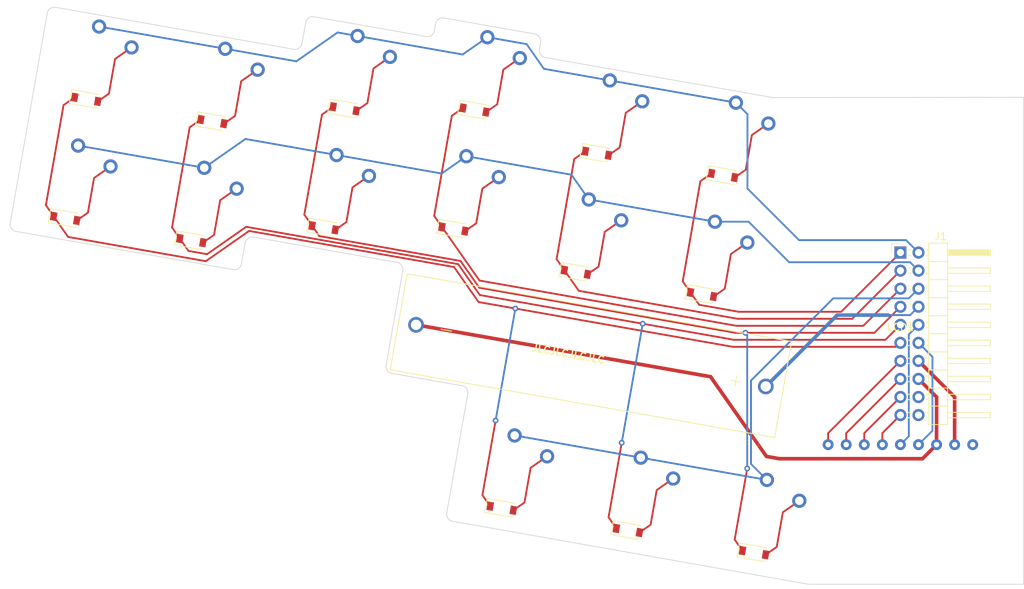
<source format=kicad_pcb>
(kicad_pcb (version 20171130) (host pcbnew 5.1.10)

  (general
    (thickness 1.6)
    (drawings 33)
    (tracks 136)
    (zones 0)
    (modules 23)
    (nets 37)
  )

  (page A4)
  (layers
    (0 F.Cu signal)
    (31 B.Cu signal)
    (32 B.Adhes user)
    (33 F.Adhes user)
    (34 B.Paste user)
    (35 F.Paste user)
    (36 B.SilkS user)
    (37 F.SilkS user)
    (38 B.Mask user)
    (39 F.Mask user)
    (40 Dwgs.User user)
    (41 Cmts.User user)
    (42 Eco1.User user)
    (43 Eco2.User user)
    (44 Edge.Cuts user)
    (45 Margin user)
    (46 B.CrtYd user)
    (47 F.CrtYd user)
    (48 B.Fab user)
    (49 F.Fab user hide)
  )

  (setup
    (last_trace_width 0.254)
    (user_trace_width 0.508)
    (user_trace_width 0.762)
    (trace_clearance 0.2)
    (zone_clearance 0.508)
    (zone_45_only no)
    (trace_min 0.2)
    (via_size 0.8)
    (via_drill 0.4)
    (via_min_size 0.4)
    (via_min_drill 0.3)
    (uvia_size 0.3)
    (uvia_drill 0.1)
    (uvias_allowed no)
    (uvia_min_size 0.2)
    (uvia_min_drill 0.1)
    (edge_width 0.1)
    (segment_width 0.2)
    (pcb_text_width 0.3)
    (pcb_text_size 1.5 1.5)
    (mod_edge_width 0.15)
    (mod_text_size 1 1)
    (mod_text_width 0.15)
    (pad_size 1.524 1.524)
    (pad_drill 0.762)
    (pad_to_mask_clearance 0)
    (aux_axis_origin 0 0)
    (grid_origin 174.077829 73.388345)
    (visible_elements FFFFFF7F)
    (pcbplotparams
      (layerselection 0x010f0_ffffffff)
      (usegerberextensions false)
      (usegerberattributes true)
      (usegerberadvancedattributes true)
      (creategerberjobfile true)
      (excludeedgelayer true)
      (linewidth 0.100000)
      (plotframeref false)
      (viasonmask false)
      (mode 1)
      (useauxorigin false)
      (hpglpennumber 1)
      (hpglpenspeed 20)
      (hpglpendiameter 15.000000)
      (psnegative false)
      (psa4output false)
      (plotreference true)
      (plotvalue true)
      (plotinvisibletext false)
      (padsonsilk false)
      (subtractmaskfromsilk false)
      (outputformat 1)
      (mirror false)
      (drillshape 0)
      (scaleselection 1)
      (outputdirectory "gerbers/"))
  )

  (net 0 "")
  (net 1 "Net-(K1-Pad3)")
  (net 2 COL1)
  (net 3 ROW1)
  (net 4 "Net-(K2-Pad3)")
  (net 5 COL2)
  (net 6 "Net-(K3-Pad3)")
  (net 7 COL3)
  (net 8 "Net-(K4-Pad3)")
  (net 9 COL4)
  (net 10 "Net-(K5-Pad3)")
  (net 11 COL5)
  (net 12 "Net-(K6-Pad3)")
  (net 13 COL6)
  (net 14 "Net-(K7-Pad3)")
  (net 15 ROW2)
  (net 16 "Net-(K8-Pad3)")
  (net 17 "Net-(K9-Pad3)")
  (net 18 "Net-(K10-Pad3)")
  (net 19 "Net-(K11-Pad3)")
  (net 20 "Net-(K12-Pad3)")
  (net 21 "Net-(K13-Pad3)")
  (net 22 ROW3)
  (net 23 "Net-(K14-Pad3)")
  (net 24 "Net-(K15-Pad3)")
  (net 25 GND)
  (net 26 BAT)
  (net 27 EIN)
  (net 28 DISP)
  (net 29 EMD)
  (net 30 LCD_CS)
  (net 31 MOSI)
  (net 32 SCK)
  (net 33 +3V3)
  (net 34 "Net-(LCD1-Pad9)")
  (net 35 "Net-(J1-Pad20)")
  (net 36 "Net-(J1-Pad18)")

  (net_class Default "This is the default net class."
    (clearance 0.2)
    (trace_width 0.254)
    (via_dia 0.8)
    (via_drill 0.4)
    (uvia_dia 0.3)
    (uvia_drill 0.1)
    (add_net +3V3)
    (add_net BAT)
    (add_net COL1)
    (add_net COL2)
    (add_net COL3)
    (add_net COL4)
    (add_net COL5)
    (add_net COL6)
    (add_net DISP)
    (add_net EIN)
    (add_net EMD)
    (add_net GND)
    (add_net LCD_CS)
    (add_net MOSI)
    (add_net "Net-(J1-Pad18)")
    (add_net "Net-(J1-Pad20)")
    (add_net "Net-(K1-Pad3)")
    (add_net "Net-(K10-Pad3)")
    (add_net "Net-(K11-Pad3)")
    (add_net "Net-(K12-Pad3)")
    (add_net "Net-(K13-Pad3)")
    (add_net "Net-(K14-Pad3)")
    (add_net "Net-(K15-Pad3)")
    (add_net "Net-(K2-Pad3)")
    (add_net "Net-(K3-Pad3)")
    (add_net "Net-(K4-Pad3)")
    (add_net "Net-(K5-Pad3)")
    (add_net "Net-(K6-Pad3)")
    (add_net "Net-(K7-Pad3)")
    (add_net "Net-(K8-Pad3)")
    (add_net "Net-(K9-Pad3)")
    (add_net "Net-(LCD1-Pad9)")
    (add_net ROW1)
    (add_net ROW2)
    (add_net ROW3)
    (add_net SCK)
  )

  (module pg1350:PG1350 (layer F.Cu) (tedit 60DA8166) (tstamp 605573A2)
    (at 60.053429 76.809715 350)
    (path /60CF6E90)
    (attr smd)
    (fp_text reference K2 (at 0 -8 170) (layer Dwgs.User)
      (effects (font (size 1 1) (thickness 0.15)) (justify right))
    )
    (fp_text value 1N4148W (at -3.5 -8 170) (layer F.Fab) hide
      (effects (font (size 1 1) (thickness 0.15)))
    )
    (fp_line (start 0.25 -0.4) (end 0.25 0.4) (layer F.Fab) (width 0.1))
    (fp_line (start 0.25 0) (end 0.75 0) (layer F.Fab) (width 0.1))
    (fp_line (start -1.4 -0.9) (end 1.4 -0.9) (layer F.Fab) (width 0.1))
    (fp_line (start -0.35 0) (end -0.35 0.55) (layer F.Fab) (width 0.1))
    (fp_line (start -0.35 0) (end -0.35 -0.55) (layer F.Fab) (width 0.1))
    (fp_line (start -1.4 0.9) (end -1.4 -0.9) (layer F.Fab) (width 0.1))
    (fp_line (start -2.25 -1) (end -2.25 1) (layer F.SilkS) (width 0.12))
    (fp_line (start 1.4 -0.9) (end 1.4 0.9) (layer F.Fab) (width 0.1))
    (fp_line (start -2.25 1) (end 1.65 1) (layer F.SilkS) (width 0.12))
    (fp_line (start 1.4 0.9) (end -1.4 0.9) (layer F.Fab) (width 0.1))
    (fp_line (start -2.25 -1) (end 1.65 -1) (layer F.SilkS) (width 0.12))
    (fp_line (start 0.25 0.4) (end -0.35 0) (layer F.Fab) (width 0.1))
    (fp_line (start -0.35 0) (end 0.25 -0.4) (layer F.Fab) (width 0.1))
    (fp_line (start -0.75 0) (end -0.35 0) (layer F.Fab) (width 0.1))
    (fp_line (start -7.75 -12.75) (end 7.75 -12.75) (layer Dwgs.User) (width 0.12))
    (fp_line (start 8.75 -11.75) (end 8.75 2.75) (layer Dwgs.User) (width 0.12))
    (fp_line (start 7.75 3.75) (end -7.75 3.75) (layer Dwgs.User) (width 0.12))
    (fp_line (start -8.75 2.75) (end -8.75 -11.75) (layer Dwgs.User) (width 0.12))
    (fp_line (start -2.5 1) (end -2.5 -1) (layer Dwgs.User) (width 0.12))
    (fp_line (start 2.5 -1.35) (end -2.5 -1.35) (layer Dwgs.User) (width 0.12))
    (fp_line (start -2.5 -1.35) (end -2.5 1.75) (layer Dwgs.User) (width 0.12))
    (fp_line (start -2.5 1.75) (end 2.5 1.75) (layer Dwgs.User) (width 0.12))
    (fp_line (start 2.5 1.75) (end 2.5 -1.35) (layer Dwgs.User) (width 0.12))
    (fp_line (start 7.5 2) (end 7.5 -11) (layer Cmts.User) (width 0.12))
    (fp_line (start 6.5 -12) (end -6.5 -12) (layer Cmts.User) (width 0.12))
    (fp_line (start -7.5 -11) (end -7.5 2) (layer Cmts.User) (width 0.12))
    (fp_line (start -6.5 3) (end 6.5 3) (layer Cmts.User) (width 0.12))
    (fp_arc (start -6.5 2) (end -7.5 2) (angle -90) (layer Cmts.User) (width 0.12))
    (fp_arc (start 6.5 2) (end 6.5 3) (angle -90) (layer Cmts.User) (width 0.12))
    (fp_arc (start 7.75 2.75) (end 7.75 3.75) (angle -90) (layer Dwgs.User) (width 0.12))
    (fp_arc (start -7.75 -11.75) (end -7.75 -12.75) (angle -90) (layer Dwgs.User) (width 0.12))
    (fp_arc (start 7.75 -11.75) (end 8.75 -11.75) (angle -90) (layer Dwgs.User) (width 0.12))
    (fp_arc (start -7.75 2.75) (end -8.75 2.75) (angle -90) (layer Dwgs.User) (width 0.12))
    (fp_arc (start 6.5 -11) (end 7.5 -11) (angle -90) (layer Cmts.User) (width 0.12))
    (fp_arc (start -6.5 -11) (end -6.5 -12) (angle -90) (layer Cmts.User) (width 0.12))
    (pad 3 smd custom (at 5 -8.3 350) (size 0.254 0.254) (layers F.Cu)
      (net 4 "Net-(K2-Pad3)") (zone_connect 0)
      (options (clearance outline) (anchor circle))
      (primitives
        (gr_line (start -2 2) (end -2 6.95) (width 0.254))
        (gr_line (start -2 2) (end 0 0) (width 0.254))
        (gr_line (start -2 6.95) (end -3.35 8.3) (width 0.254))
      ))
    (pad 3 thru_hole circle (at 5 -8.3 211.9) (size 2 2) (drill 1.2) (layers *.Cu B.Mask)
      (net 4 "Net-(K2-Pad3)"))
    (pad 3 smd rect (at 1.65 0 350) (size 0.9 1.2) (layers F.Cu F.Paste F.Mask)
      (net 4 "Net-(K2-Pad3)"))
    (pad "" np_thru_hole circle (at 0 -4.5 350) (size 3.4 3.4) (drill 3.4) (layers *.Cu *.Mask))
    (pad "" np_thru_hole circle (at 5.5 -4.5 350) (size 1.7 1.7) (drill 1.7) (layers *.Cu *.Mask))
    (pad "" np_thru_hole circle (at -5.5 -4.5 350) (size 1.7 1.7) (drill 1.7) (layers *.Cu *.Mask))
    (pad 2 smd rect (at -1.65 0 350) (size 0.9 1.2) (layers F.Cu F.Paste F.Mask)
      (net 5 COL2))
    (pad 1 thru_hole circle (at 0 -10.4 350) (size 2 2) (drill 1.2) (layers *.Cu B.Mask)
      (net 3 ROW1))
    (model ${KISYS3DMOD}/Diode_SMD.3dshapes/D_SOD-123F.wrl
      (at (xyz 0 0 0))
      (scale (xyz 1 1 1))
      (rotate (xyz 0 0 0))
    )
    (model "/home/steven/Downloads/Kailh Choc Low Profile Switch.step"
      (offset (xyz 0 4.5 2.05))
      (scale (xyz 1 1 1))
      (rotate (xyz 0 0 -180))
    )
  )

  (module pg1350:PG1350 (layer F.Cu) (tedit 60DA8166) (tstamp 60557502)
    (at 100.726773 131.198861 350)
    (path /60D0AE1D)
    (attr smd)
    (fp_text reference K13 (at 0 -8 170) (layer Dwgs.User)
      (effects (font (size 1 1) (thickness 0.15)) (justify right))
    )
    (fp_text value 1N4148W (at -3.5 -8 170) (layer F.Fab) hide
      (effects (font (size 1 1) (thickness 0.15)))
    )
    (fp_line (start 0.25 -0.4) (end 0.25 0.4) (layer F.Fab) (width 0.1))
    (fp_line (start 0.25 0) (end 0.75 0) (layer F.Fab) (width 0.1))
    (fp_line (start -1.4 -0.9) (end 1.4 -0.9) (layer F.Fab) (width 0.1))
    (fp_line (start -0.35 0) (end -0.35 0.55) (layer F.Fab) (width 0.1))
    (fp_line (start -0.35 0) (end -0.35 -0.55) (layer F.Fab) (width 0.1))
    (fp_line (start -1.4 0.9) (end -1.4 -0.9) (layer F.Fab) (width 0.1))
    (fp_line (start -2.25 -1) (end -2.25 1) (layer F.SilkS) (width 0.12))
    (fp_line (start 1.4 -0.9) (end 1.4 0.9) (layer F.Fab) (width 0.1))
    (fp_line (start -2.25 1) (end 1.65 1) (layer F.SilkS) (width 0.12))
    (fp_line (start 1.4 0.9) (end -1.4 0.9) (layer F.Fab) (width 0.1))
    (fp_line (start -2.25 -1) (end 1.65 -1) (layer F.SilkS) (width 0.12))
    (fp_line (start 0.25 0.4) (end -0.35 0) (layer F.Fab) (width 0.1))
    (fp_line (start -0.35 0) (end 0.25 -0.4) (layer F.Fab) (width 0.1))
    (fp_line (start -0.75 0) (end -0.35 0) (layer F.Fab) (width 0.1))
    (fp_line (start -7.75 -12.75) (end 7.75 -12.75) (layer Dwgs.User) (width 0.12))
    (fp_line (start 8.75 -11.75) (end 8.75 2.75) (layer Dwgs.User) (width 0.12))
    (fp_line (start 7.75 3.75) (end -7.75 3.75) (layer Dwgs.User) (width 0.12))
    (fp_line (start -8.75 2.75) (end -8.75 -11.75) (layer Dwgs.User) (width 0.12))
    (fp_line (start -2.5 1) (end -2.5 -1) (layer Dwgs.User) (width 0.12))
    (fp_line (start 2.5 -1.35) (end -2.5 -1.35) (layer Dwgs.User) (width 0.12))
    (fp_line (start -2.5 -1.35) (end -2.5 1.75) (layer Dwgs.User) (width 0.12))
    (fp_line (start -2.5 1.75) (end 2.5 1.75) (layer Dwgs.User) (width 0.12))
    (fp_line (start 2.5 1.75) (end 2.5 -1.35) (layer Dwgs.User) (width 0.12))
    (fp_line (start 7.5 2) (end 7.5 -11) (layer Cmts.User) (width 0.12))
    (fp_line (start 6.5 -12) (end -6.5 -12) (layer Cmts.User) (width 0.12))
    (fp_line (start -7.5 -11) (end -7.5 2) (layer Cmts.User) (width 0.12))
    (fp_line (start -6.5 3) (end 6.5 3) (layer Cmts.User) (width 0.12))
    (fp_arc (start -6.5 2) (end -7.5 2) (angle -90) (layer Cmts.User) (width 0.12))
    (fp_arc (start 6.5 2) (end 6.5 3) (angle -90) (layer Cmts.User) (width 0.12))
    (fp_arc (start 7.75 2.75) (end 7.75 3.75) (angle -90) (layer Dwgs.User) (width 0.12))
    (fp_arc (start -7.75 -11.75) (end -7.75 -12.75) (angle -90) (layer Dwgs.User) (width 0.12))
    (fp_arc (start 7.75 -11.75) (end 8.75 -11.75) (angle -90) (layer Dwgs.User) (width 0.12))
    (fp_arc (start -7.75 2.75) (end -8.75 2.75) (angle -90) (layer Dwgs.User) (width 0.12))
    (fp_arc (start 6.5 -11) (end 7.5 -11) (angle -90) (layer Cmts.User) (width 0.12))
    (fp_arc (start -6.5 -11) (end -6.5 -12) (angle -90) (layer Cmts.User) (width 0.12))
    (pad 3 smd custom (at 5 -8.3 350) (size 0.254 0.254) (layers F.Cu)
      (net 21 "Net-(K13-Pad3)") (zone_connect 0)
      (options (clearance outline) (anchor circle))
      (primitives
        (gr_line (start -2 2) (end -2 6.95) (width 0.254))
        (gr_line (start -2 2) (end 0 0) (width 0.254))
        (gr_line (start -2 6.95) (end -3.35 8.3) (width 0.254))
      ))
    (pad 3 thru_hole circle (at 5 -8.3 211.9) (size 2 2) (drill 1.2) (layers *.Cu B.Mask)
      (net 21 "Net-(K13-Pad3)"))
    (pad 3 smd rect (at 1.65 0 350) (size 0.9 1.2) (layers F.Cu F.Paste F.Mask)
      (net 21 "Net-(K13-Pad3)"))
    (pad "" np_thru_hole circle (at 0 -4.5 350) (size 3.4 3.4) (drill 3.4) (layers *.Cu *.Mask))
    (pad "" np_thru_hole circle (at 5.5 -4.5 350) (size 1.7 1.7) (drill 1.7) (layers *.Cu *.Mask))
    (pad "" np_thru_hole circle (at -5.5 -4.5 350) (size 1.7 1.7) (drill 1.7) (layers *.Cu *.Mask))
    (pad 2 smd rect (at -1.65 0 350) (size 0.9 1.2) (layers F.Cu F.Paste F.Mask)
      (net 2 COL1))
    (pad 1 thru_hole circle (at 0 -10.4 350) (size 2 2) (drill 1.2) (layers *.Cu B.Mask)
      (net 22 ROW3))
    (model ${KISYS3DMOD}/Diode_SMD.3dshapes/D_SOD-123F.wrl
      (at (xyz 0 0 0))
      (scale (xyz 1 1 1))
      (rotate (xyz 0 0 0))
    )
    (model "/home/steven/Downloads/Kailh Choc Low Profile Switch.step"
      (offset (xyz 0 4.5 2.05))
      (scale (xyz 1 1 1))
      (rotate (xyz 0 0 -180))
    )
  )

  (module pg1350:PG1350 (layer F.Cu) (tedit 60DA8166) (tstamp 6055CCF3)
    (at 128.87581 101.130077 350)
    (path /60D0825C)
    (attr smd)
    (fp_text reference K12 (at 0 -8 170) (layer Dwgs.User)
      (effects (font (size 1 1) (thickness 0.15)) (justify right))
    )
    (fp_text value 1N4148W (at -3.5 -8 170) (layer F.Fab) hide
      (effects (font (size 1 1) (thickness 0.15)))
    )
    (fp_line (start 0.25 -0.4) (end 0.25 0.4) (layer F.Fab) (width 0.1))
    (fp_line (start 0.25 0) (end 0.75 0) (layer F.Fab) (width 0.1))
    (fp_line (start -1.4 -0.9) (end 1.4 -0.9) (layer F.Fab) (width 0.1))
    (fp_line (start -0.35 0) (end -0.35 0.55) (layer F.Fab) (width 0.1))
    (fp_line (start -0.35 0) (end -0.35 -0.55) (layer F.Fab) (width 0.1))
    (fp_line (start -1.4 0.9) (end -1.4 -0.9) (layer F.Fab) (width 0.1))
    (fp_line (start -2.25 -1) (end -2.25 1) (layer F.SilkS) (width 0.12))
    (fp_line (start 1.4 -0.9) (end 1.4 0.9) (layer F.Fab) (width 0.1))
    (fp_line (start -2.25 1) (end 1.65 1) (layer F.SilkS) (width 0.12))
    (fp_line (start 1.4 0.9) (end -1.4 0.9) (layer F.Fab) (width 0.1))
    (fp_line (start -2.25 -1) (end 1.65 -1) (layer F.SilkS) (width 0.12))
    (fp_line (start 0.25 0.4) (end -0.35 0) (layer F.Fab) (width 0.1))
    (fp_line (start -0.35 0) (end 0.25 -0.4) (layer F.Fab) (width 0.1))
    (fp_line (start -0.75 0) (end -0.35 0) (layer F.Fab) (width 0.1))
    (fp_line (start -7.75 -12.75) (end 7.75 -12.75) (layer Dwgs.User) (width 0.12))
    (fp_line (start 8.75 -11.75) (end 8.75 2.75) (layer Dwgs.User) (width 0.12))
    (fp_line (start 7.75 3.75) (end -7.75 3.75) (layer Dwgs.User) (width 0.12))
    (fp_line (start -8.75 2.75) (end -8.75 -11.75) (layer Dwgs.User) (width 0.12))
    (fp_line (start -2.5 1) (end -2.5 -1) (layer Dwgs.User) (width 0.12))
    (fp_line (start 2.5 -1.35) (end -2.5 -1.35) (layer Dwgs.User) (width 0.12))
    (fp_line (start -2.5 -1.35) (end -2.5 1.75) (layer Dwgs.User) (width 0.12))
    (fp_line (start -2.5 1.75) (end 2.5 1.75) (layer Dwgs.User) (width 0.12))
    (fp_line (start 2.5 1.75) (end 2.5 -1.35) (layer Dwgs.User) (width 0.12))
    (fp_line (start 7.5 2) (end 7.5 -11) (layer Cmts.User) (width 0.12))
    (fp_line (start 6.5 -12) (end -6.5 -12) (layer Cmts.User) (width 0.12))
    (fp_line (start -7.5 -11) (end -7.5 2) (layer Cmts.User) (width 0.12))
    (fp_line (start -6.5 3) (end 6.5 3) (layer Cmts.User) (width 0.12))
    (fp_arc (start -6.5 2) (end -7.5 2) (angle -90) (layer Cmts.User) (width 0.12))
    (fp_arc (start 6.5 2) (end 6.5 3) (angle -90) (layer Cmts.User) (width 0.12))
    (fp_arc (start 7.75 2.75) (end 7.75 3.75) (angle -90) (layer Dwgs.User) (width 0.12))
    (fp_arc (start -7.75 -11.75) (end -7.75 -12.75) (angle -90) (layer Dwgs.User) (width 0.12))
    (fp_arc (start 7.75 -11.75) (end 8.75 -11.75) (angle -90) (layer Dwgs.User) (width 0.12))
    (fp_arc (start -7.75 2.75) (end -8.75 2.75) (angle -90) (layer Dwgs.User) (width 0.12))
    (fp_arc (start 6.5 -11) (end 7.5 -11) (angle -90) (layer Cmts.User) (width 0.12))
    (fp_arc (start -6.5 -11) (end -6.5 -12) (angle -90) (layer Cmts.User) (width 0.12))
    (pad 3 smd custom (at 5 -8.3 350) (size 0.254 0.254) (layers F.Cu)
      (net 20 "Net-(K12-Pad3)") (zone_connect 0)
      (options (clearance outline) (anchor circle))
      (primitives
        (gr_line (start -2 2) (end -2 6.95) (width 0.254))
        (gr_line (start -2 2) (end 0 0) (width 0.254))
        (gr_line (start -2 6.95) (end -3.35 8.3) (width 0.254))
      ))
    (pad 3 thru_hole circle (at 5 -8.3 211.9) (size 2 2) (drill 1.2) (layers *.Cu B.Mask)
      (net 20 "Net-(K12-Pad3)"))
    (pad 3 smd rect (at 1.65 0 350) (size 0.9 1.2) (layers F.Cu F.Paste F.Mask)
      (net 20 "Net-(K12-Pad3)"))
    (pad "" np_thru_hole circle (at 0 -4.5 350) (size 3.4 3.4) (drill 3.4) (layers *.Cu *.Mask))
    (pad "" np_thru_hole circle (at 5.5 -4.5 350) (size 1.7 1.7) (drill 1.7) (layers *.Cu *.Mask))
    (pad "" np_thru_hole circle (at -5.5 -4.5 350) (size 1.7 1.7) (drill 1.7) (layers *.Cu *.Mask))
    (pad 2 smd rect (at -1.65 0 350) (size 0.9 1.2) (layers F.Cu F.Paste F.Mask)
      (net 13 COL6))
    (pad 1 thru_hole circle (at 0 -10.4 350) (size 2 2) (drill 1.2) (layers *.Cu B.Mask)
      (net 15 ROW2))
    (model ${KISYS3DMOD}/Diode_SMD.3dshapes/D_SOD-123F.wrl
      (at (xyz 0 0 0))
      (scale (xyz 1 1 1))
      (rotate (xyz 0 0 0))
    )
    (model "/home/steven/Downloads/Kailh Choc Low Profile Switch.step"
      (offset (xyz 0 4.5 2.05))
      (scale (xyz 1 1 1))
      (rotate (xyz 0 0 -180))
    )
  )

  (module pg1350:PG1350 (layer F.Cu) (tedit 60DA8166) (tstamp 60557522)
    (at 118.453313 134.324529 350)
    (path /60D0AE23)
    (attr smd)
    (fp_text reference K14 (at 0 -8 170) (layer Dwgs.User)
      (effects (font (size 1 1) (thickness 0.15)) (justify right))
    )
    (fp_text value 1N4148W (at -3.5 -8 170) (layer F.Fab) hide
      (effects (font (size 1 1) (thickness 0.15)))
    )
    (fp_line (start 0.25 -0.4) (end 0.25 0.4) (layer F.Fab) (width 0.1))
    (fp_line (start 0.25 0) (end 0.75 0) (layer F.Fab) (width 0.1))
    (fp_line (start -1.4 -0.9) (end 1.4 -0.9) (layer F.Fab) (width 0.1))
    (fp_line (start -0.35 0) (end -0.35 0.55) (layer F.Fab) (width 0.1))
    (fp_line (start -0.35 0) (end -0.35 -0.55) (layer F.Fab) (width 0.1))
    (fp_line (start -1.4 0.9) (end -1.4 -0.9) (layer F.Fab) (width 0.1))
    (fp_line (start -2.25 -1) (end -2.25 1) (layer F.SilkS) (width 0.12))
    (fp_line (start 1.4 -0.9) (end 1.4 0.9) (layer F.Fab) (width 0.1))
    (fp_line (start -2.25 1) (end 1.65 1) (layer F.SilkS) (width 0.12))
    (fp_line (start 1.4 0.9) (end -1.4 0.9) (layer F.Fab) (width 0.1))
    (fp_line (start -2.25 -1) (end 1.65 -1) (layer F.SilkS) (width 0.12))
    (fp_line (start 0.25 0.4) (end -0.35 0) (layer F.Fab) (width 0.1))
    (fp_line (start -0.35 0) (end 0.25 -0.4) (layer F.Fab) (width 0.1))
    (fp_line (start -0.75 0) (end -0.35 0) (layer F.Fab) (width 0.1))
    (fp_line (start -7.75 -12.75) (end 7.75 -12.75) (layer Dwgs.User) (width 0.12))
    (fp_line (start 8.75 -11.75) (end 8.75 2.75) (layer Dwgs.User) (width 0.12))
    (fp_line (start 7.75 3.75) (end -7.75 3.75) (layer Dwgs.User) (width 0.12))
    (fp_line (start -8.75 2.75) (end -8.75 -11.75) (layer Dwgs.User) (width 0.12))
    (fp_line (start -2.5 1) (end -2.5 -1) (layer Dwgs.User) (width 0.12))
    (fp_line (start 2.5 -1.35) (end -2.5 -1.35) (layer Dwgs.User) (width 0.12))
    (fp_line (start -2.5 -1.35) (end -2.5 1.75) (layer Dwgs.User) (width 0.12))
    (fp_line (start -2.5 1.75) (end 2.5 1.75) (layer Dwgs.User) (width 0.12))
    (fp_line (start 2.5 1.75) (end 2.5 -1.35) (layer Dwgs.User) (width 0.12))
    (fp_line (start 7.5 2) (end 7.5 -11) (layer Cmts.User) (width 0.12))
    (fp_line (start 6.5 -12) (end -6.5 -12) (layer Cmts.User) (width 0.12))
    (fp_line (start -7.5 -11) (end -7.5 2) (layer Cmts.User) (width 0.12))
    (fp_line (start -6.5 3) (end 6.5 3) (layer Cmts.User) (width 0.12))
    (fp_arc (start -6.5 2) (end -7.5 2) (angle -90) (layer Cmts.User) (width 0.12))
    (fp_arc (start 6.5 2) (end 6.5 3) (angle -90) (layer Cmts.User) (width 0.12))
    (fp_arc (start 7.75 2.75) (end 7.75 3.75) (angle -90) (layer Dwgs.User) (width 0.12))
    (fp_arc (start -7.75 -11.75) (end -7.75 -12.75) (angle -90) (layer Dwgs.User) (width 0.12))
    (fp_arc (start 7.75 -11.75) (end 8.75 -11.75) (angle -90) (layer Dwgs.User) (width 0.12))
    (fp_arc (start -7.75 2.75) (end -8.75 2.75) (angle -90) (layer Dwgs.User) (width 0.12))
    (fp_arc (start 6.5 -11) (end 7.5 -11) (angle -90) (layer Cmts.User) (width 0.12))
    (fp_arc (start -6.5 -11) (end -6.5 -12) (angle -90) (layer Cmts.User) (width 0.12))
    (pad 3 smd custom (at 5 -8.3 350) (size 0.254 0.254) (layers F.Cu)
      (net 23 "Net-(K14-Pad3)") (zone_connect 0)
      (options (clearance outline) (anchor circle))
      (primitives
        (gr_line (start -2 2) (end -2 6.95) (width 0.254))
        (gr_line (start -2 2) (end 0 0) (width 0.254))
        (gr_line (start -2 6.95) (end -3.35 8.3) (width 0.254))
      ))
    (pad 3 thru_hole circle (at 5 -8.3 211.9) (size 2 2) (drill 1.2) (layers *.Cu B.Mask)
      (net 23 "Net-(K14-Pad3)"))
    (pad 3 smd rect (at 1.65 0 350) (size 0.9 1.2) (layers F.Cu F.Paste F.Mask)
      (net 23 "Net-(K14-Pad3)"))
    (pad "" np_thru_hole circle (at 0 -4.5 350) (size 3.4 3.4) (drill 3.4) (layers *.Cu *.Mask))
    (pad "" np_thru_hole circle (at 5.5 -4.5 350) (size 1.7 1.7) (drill 1.7) (layers *.Cu *.Mask))
    (pad "" np_thru_hole circle (at -5.5 -4.5 350) (size 1.7 1.7) (drill 1.7) (layers *.Cu *.Mask))
    (pad 2 smd rect (at -1.65 0 350) (size 0.9 1.2) (layers F.Cu F.Paste F.Mask)
      (net 5 COL2))
    (pad 1 thru_hole circle (at 0 -10.4 350) (size 2 2) (drill 1.2) (layers *.Cu B.Mask)
      (net 22 ROW3))
    (model ${KISYS3DMOD}/Diode_SMD.3dshapes/D_SOD-123F.wrl
      (at (xyz 0 0 0))
      (scale (xyz 1 1 1))
      (rotate (xyz 0 0 0))
    )
    (model "/home/steven/Downloads/Kailh Choc Low Profile Switch.step"
      (offset (xyz 0 4.5 2.05))
      (scale (xyz 1 1 1))
      (rotate (xyz 0 0 -180))
    )
  )

  (module pg1350:PG1350 (layer F.Cu) (tedit 60DA8166) (tstamp 605573C2)
    (at 78.648211 75.011344 350)
    (path /60CF75AE)
    (attr smd)
    (fp_text reference K3 (at 0 -8 170) (layer Dwgs.User)
      (effects (font (size 1 1) (thickness 0.15)) (justify right))
    )
    (fp_text value 1N4148W (at -3.5 -8 170) (layer F.Fab) hide
      (effects (font (size 1 1) (thickness 0.15)))
    )
    (fp_line (start 0.25 -0.4) (end 0.25 0.4) (layer F.Fab) (width 0.1))
    (fp_line (start 0.25 0) (end 0.75 0) (layer F.Fab) (width 0.1))
    (fp_line (start -1.4 -0.9) (end 1.4 -0.9) (layer F.Fab) (width 0.1))
    (fp_line (start -0.35 0) (end -0.35 0.55) (layer F.Fab) (width 0.1))
    (fp_line (start -0.35 0) (end -0.35 -0.55) (layer F.Fab) (width 0.1))
    (fp_line (start -1.4 0.9) (end -1.4 -0.9) (layer F.Fab) (width 0.1))
    (fp_line (start -2.25 -1) (end -2.25 1) (layer F.SilkS) (width 0.12))
    (fp_line (start 1.4 -0.9) (end 1.4 0.9) (layer F.Fab) (width 0.1))
    (fp_line (start -2.25 1) (end 1.65 1) (layer F.SilkS) (width 0.12))
    (fp_line (start 1.4 0.9) (end -1.4 0.9) (layer F.Fab) (width 0.1))
    (fp_line (start -2.25 -1) (end 1.65 -1) (layer F.SilkS) (width 0.12))
    (fp_line (start 0.25 0.4) (end -0.35 0) (layer F.Fab) (width 0.1))
    (fp_line (start -0.35 0) (end 0.25 -0.4) (layer F.Fab) (width 0.1))
    (fp_line (start -0.75 0) (end -0.35 0) (layer F.Fab) (width 0.1))
    (fp_line (start -7.75 -12.75) (end 7.75 -12.75) (layer Dwgs.User) (width 0.12))
    (fp_line (start 8.75 -11.75) (end 8.75 2.75) (layer Dwgs.User) (width 0.12))
    (fp_line (start 7.75 3.75) (end -7.75 3.75) (layer Dwgs.User) (width 0.12))
    (fp_line (start -8.75 2.75) (end -8.75 -11.75) (layer Dwgs.User) (width 0.12))
    (fp_line (start -2.5 1) (end -2.5 -1) (layer Dwgs.User) (width 0.12))
    (fp_line (start 2.5 -1.35) (end -2.5 -1.35) (layer Dwgs.User) (width 0.12))
    (fp_line (start -2.5 -1.35) (end -2.5 1.75) (layer Dwgs.User) (width 0.12))
    (fp_line (start -2.5 1.75) (end 2.5 1.75) (layer Dwgs.User) (width 0.12))
    (fp_line (start 2.5 1.75) (end 2.5 -1.35) (layer Dwgs.User) (width 0.12))
    (fp_line (start 7.5 2) (end 7.5 -11) (layer Cmts.User) (width 0.12))
    (fp_line (start 6.5 -12) (end -6.5 -12) (layer Cmts.User) (width 0.12))
    (fp_line (start -7.5 -11) (end -7.5 2) (layer Cmts.User) (width 0.12))
    (fp_line (start -6.5 3) (end 6.5 3) (layer Cmts.User) (width 0.12))
    (fp_arc (start -6.5 2) (end -7.5 2) (angle -90) (layer Cmts.User) (width 0.12))
    (fp_arc (start 6.5 2) (end 6.5 3) (angle -90) (layer Cmts.User) (width 0.12))
    (fp_arc (start 7.75 2.75) (end 7.75 3.75) (angle -90) (layer Dwgs.User) (width 0.12))
    (fp_arc (start -7.75 -11.75) (end -7.75 -12.75) (angle -90) (layer Dwgs.User) (width 0.12))
    (fp_arc (start 7.75 -11.75) (end 8.75 -11.75) (angle -90) (layer Dwgs.User) (width 0.12))
    (fp_arc (start -7.75 2.75) (end -8.75 2.75) (angle -90) (layer Dwgs.User) (width 0.12))
    (fp_arc (start 6.5 -11) (end 7.5 -11) (angle -90) (layer Cmts.User) (width 0.12))
    (fp_arc (start -6.5 -11) (end -6.5 -12) (angle -90) (layer Cmts.User) (width 0.12))
    (pad 3 smd custom (at 5 -8.3 350) (size 0.254 0.254) (layers F.Cu)
      (net 6 "Net-(K3-Pad3)") (zone_connect 0)
      (options (clearance outline) (anchor circle))
      (primitives
        (gr_line (start -2 2) (end -2 6.95) (width 0.254))
        (gr_line (start -2 2) (end 0 0) (width 0.254))
        (gr_line (start -2 6.95) (end -3.35 8.3) (width 0.254))
      ))
    (pad 3 thru_hole circle (at 5 -8.3 211.9) (size 2 2) (drill 1.2) (layers *.Cu B.Mask)
      (net 6 "Net-(K3-Pad3)"))
    (pad 3 smd rect (at 1.65 0 350) (size 0.9 1.2) (layers F.Cu F.Paste F.Mask)
      (net 6 "Net-(K3-Pad3)"))
    (pad "" np_thru_hole circle (at 0 -4.5 350) (size 3.4 3.4) (drill 3.4) (layers *.Cu *.Mask))
    (pad "" np_thru_hole circle (at 5.5 -4.5 350) (size 1.7 1.7) (drill 1.7) (layers *.Cu *.Mask))
    (pad "" np_thru_hole circle (at -5.5 -4.5 350) (size 1.7 1.7) (drill 1.7) (layers *.Cu *.Mask))
    (pad 2 smd rect (at -1.65 0 350) (size 0.9 1.2) (layers F.Cu F.Paste F.Mask)
      (net 7 COL3))
    (pad 1 thru_hole circle (at 0 -10.4 350) (size 2 2) (drill 1.2) (layers *.Cu B.Mask)
      (net 3 ROW1))
    (model ${KISYS3DMOD}/Diode_SMD.3dshapes/D_SOD-123F.wrl
      (at (xyz 0 0 0))
      (scale (xyz 1 1 1))
      (rotate (xyz 0 0 0))
    )
    (model "/home/steven/Downloads/Kailh Choc Low Profile Switch.step"
      (offset (xyz 0 4.5 2.05))
      (scale (xyz 1 1 1))
      (rotate (xyz 0 0 -180))
    )
  )

  (module pg1350:PG1350 (layer F.Cu) (tedit 60DA8166) (tstamp 6055CC93)
    (at 75.696193 91.753076 350)
    (path /60D0824A)
    (attr smd)
    (fp_text reference K9 (at 0 -8 170) (layer Dwgs.User)
      (effects (font (size 1 1) (thickness 0.15)) (justify right))
    )
    (fp_text value 1N4148W (at -3.5 -8 170) (layer F.Fab) hide
      (effects (font (size 1 1) (thickness 0.15)))
    )
    (fp_line (start 0.25 -0.4) (end 0.25 0.4) (layer F.Fab) (width 0.1))
    (fp_line (start 0.25 0) (end 0.75 0) (layer F.Fab) (width 0.1))
    (fp_line (start -1.4 -0.9) (end 1.4 -0.9) (layer F.Fab) (width 0.1))
    (fp_line (start -0.35 0) (end -0.35 0.55) (layer F.Fab) (width 0.1))
    (fp_line (start -0.35 0) (end -0.35 -0.55) (layer F.Fab) (width 0.1))
    (fp_line (start -1.4 0.9) (end -1.4 -0.9) (layer F.Fab) (width 0.1))
    (fp_line (start -2.25 -1) (end -2.25 1) (layer F.SilkS) (width 0.12))
    (fp_line (start 1.4 -0.9) (end 1.4 0.9) (layer F.Fab) (width 0.1))
    (fp_line (start -2.25 1) (end 1.65 1) (layer F.SilkS) (width 0.12))
    (fp_line (start 1.4 0.9) (end -1.4 0.9) (layer F.Fab) (width 0.1))
    (fp_line (start -2.25 -1) (end 1.65 -1) (layer F.SilkS) (width 0.12))
    (fp_line (start 0.25 0.4) (end -0.35 0) (layer F.Fab) (width 0.1))
    (fp_line (start -0.35 0) (end 0.25 -0.4) (layer F.Fab) (width 0.1))
    (fp_line (start -0.75 0) (end -0.35 0) (layer F.Fab) (width 0.1))
    (fp_line (start -7.75 -12.75) (end 7.75 -12.75) (layer Dwgs.User) (width 0.12))
    (fp_line (start 8.75 -11.75) (end 8.75 2.75) (layer Dwgs.User) (width 0.12))
    (fp_line (start 7.75 3.75) (end -7.75 3.75) (layer Dwgs.User) (width 0.12))
    (fp_line (start -8.75 2.75) (end -8.75 -11.75) (layer Dwgs.User) (width 0.12))
    (fp_line (start -2.5 1) (end -2.5 -1) (layer Dwgs.User) (width 0.12))
    (fp_line (start 2.5 -1.35) (end -2.5 -1.35) (layer Dwgs.User) (width 0.12))
    (fp_line (start -2.5 -1.35) (end -2.5 1.75) (layer Dwgs.User) (width 0.12))
    (fp_line (start -2.5 1.75) (end 2.5 1.75) (layer Dwgs.User) (width 0.12))
    (fp_line (start 2.5 1.75) (end 2.5 -1.35) (layer Dwgs.User) (width 0.12))
    (fp_line (start 7.5 2) (end 7.5 -11) (layer Cmts.User) (width 0.12))
    (fp_line (start 6.5 -12) (end -6.5 -12) (layer Cmts.User) (width 0.12))
    (fp_line (start -7.5 -11) (end -7.5 2) (layer Cmts.User) (width 0.12))
    (fp_line (start -6.5 3) (end 6.5 3) (layer Cmts.User) (width 0.12))
    (fp_arc (start -6.5 2) (end -7.5 2) (angle -90) (layer Cmts.User) (width 0.12))
    (fp_arc (start 6.5 2) (end 6.5 3) (angle -90) (layer Cmts.User) (width 0.12))
    (fp_arc (start 7.75 2.75) (end 7.75 3.75) (angle -90) (layer Dwgs.User) (width 0.12))
    (fp_arc (start -7.75 -11.75) (end -7.75 -12.75) (angle -90) (layer Dwgs.User) (width 0.12))
    (fp_arc (start 7.75 -11.75) (end 8.75 -11.75) (angle -90) (layer Dwgs.User) (width 0.12))
    (fp_arc (start -7.75 2.75) (end -8.75 2.75) (angle -90) (layer Dwgs.User) (width 0.12))
    (fp_arc (start 6.5 -11) (end 7.5 -11) (angle -90) (layer Cmts.User) (width 0.12))
    (fp_arc (start -6.5 -11) (end -6.5 -12) (angle -90) (layer Cmts.User) (width 0.12))
    (pad 3 smd custom (at 5 -8.3 350) (size 0.254 0.254) (layers F.Cu)
      (net 17 "Net-(K9-Pad3)") (zone_connect 0)
      (options (clearance outline) (anchor circle))
      (primitives
        (gr_line (start -2 2) (end -2 6.95) (width 0.254))
        (gr_line (start -2 2) (end 0 0) (width 0.254))
        (gr_line (start -2 6.95) (end -3.35 8.3) (width 0.254))
      ))
    (pad 3 thru_hole circle (at 5 -8.3 211.9) (size 2 2) (drill 1.2) (layers *.Cu B.Mask)
      (net 17 "Net-(K9-Pad3)"))
    (pad 3 smd rect (at 1.65 0 350) (size 0.9 1.2) (layers F.Cu F.Paste F.Mask)
      (net 17 "Net-(K9-Pad3)"))
    (pad "" np_thru_hole circle (at 0 -4.5 350) (size 3.4 3.4) (drill 3.4) (layers *.Cu *.Mask))
    (pad "" np_thru_hole circle (at 5.5 -4.5 350) (size 1.7 1.7) (drill 1.7) (layers *.Cu *.Mask))
    (pad "" np_thru_hole circle (at -5.5 -4.5 350) (size 1.7 1.7) (drill 1.7) (layers *.Cu *.Mask))
    (pad 2 smd rect (at -1.65 0 350) (size 0.9 1.2) (layers F.Cu F.Paste F.Mask)
      (net 7 COL3))
    (pad 1 thru_hole circle (at 0 -10.4 350) (size 2 2) (drill 1.2) (layers *.Cu B.Mask)
      (net 15 ROW2))
    (model ${KISYS3DMOD}/Diode_SMD.3dshapes/D_SOD-123F.wrl
      (at (xyz 0 0 0))
      (scale (xyz 1 1 1))
      (rotate (xyz 0 0 0))
    )
    (model "/home/steven/Downloads/Kailh Choc Low Profile Switch.step"
      (offset (xyz 0 4.5 2.05))
      (scale (xyz 1 1 1))
      (rotate (xyz 0 0 -180))
    )
  )

  (module pg1350:PG1350 (layer F.Cu) (tedit 60DA8166) (tstamp 6055CCD3)
    (at 111.149271 98.00441 350)
    (path /60D08256)
    (attr smd)
    (fp_text reference K11 (at 0 -8 170) (layer Dwgs.User)
      (effects (font (size 1 1) (thickness 0.15)) (justify right))
    )
    (fp_text value 1N4148W (at -3.5 -8 170) (layer F.Fab) hide
      (effects (font (size 1 1) (thickness 0.15)))
    )
    (fp_line (start 0.25 -0.4) (end 0.25 0.4) (layer F.Fab) (width 0.1))
    (fp_line (start 0.25 0) (end 0.75 0) (layer F.Fab) (width 0.1))
    (fp_line (start -1.4 -0.9) (end 1.4 -0.9) (layer F.Fab) (width 0.1))
    (fp_line (start -0.35 0) (end -0.35 0.55) (layer F.Fab) (width 0.1))
    (fp_line (start -0.35 0) (end -0.35 -0.55) (layer F.Fab) (width 0.1))
    (fp_line (start -1.4 0.9) (end -1.4 -0.9) (layer F.Fab) (width 0.1))
    (fp_line (start -2.25 -1) (end -2.25 1) (layer F.SilkS) (width 0.12))
    (fp_line (start 1.4 -0.9) (end 1.4 0.9) (layer F.Fab) (width 0.1))
    (fp_line (start -2.25 1) (end 1.65 1) (layer F.SilkS) (width 0.12))
    (fp_line (start 1.4 0.9) (end -1.4 0.9) (layer F.Fab) (width 0.1))
    (fp_line (start -2.25 -1) (end 1.65 -1) (layer F.SilkS) (width 0.12))
    (fp_line (start 0.25 0.4) (end -0.35 0) (layer F.Fab) (width 0.1))
    (fp_line (start -0.35 0) (end 0.25 -0.4) (layer F.Fab) (width 0.1))
    (fp_line (start -0.75 0) (end -0.35 0) (layer F.Fab) (width 0.1))
    (fp_line (start -7.75 -12.75) (end 7.75 -12.75) (layer Dwgs.User) (width 0.12))
    (fp_line (start 8.75 -11.75) (end 8.75 2.75) (layer Dwgs.User) (width 0.12))
    (fp_line (start 7.75 3.75) (end -7.75 3.75) (layer Dwgs.User) (width 0.12))
    (fp_line (start -8.75 2.75) (end -8.75 -11.75) (layer Dwgs.User) (width 0.12))
    (fp_line (start -2.5 1) (end -2.5 -1) (layer Dwgs.User) (width 0.12))
    (fp_line (start 2.5 -1.35) (end -2.5 -1.35) (layer Dwgs.User) (width 0.12))
    (fp_line (start -2.5 -1.35) (end -2.5 1.75) (layer Dwgs.User) (width 0.12))
    (fp_line (start -2.5 1.75) (end 2.5 1.75) (layer Dwgs.User) (width 0.12))
    (fp_line (start 2.5 1.75) (end 2.5 -1.35) (layer Dwgs.User) (width 0.12))
    (fp_line (start 7.5 2) (end 7.5 -11) (layer Cmts.User) (width 0.12))
    (fp_line (start 6.5 -12) (end -6.5 -12) (layer Cmts.User) (width 0.12))
    (fp_line (start -7.5 -11) (end -7.5 2) (layer Cmts.User) (width 0.12))
    (fp_line (start -6.5 3) (end 6.5 3) (layer Cmts.User) (width 0.12))
    (fp_arc (start -6.5 2) (end -7.5 2) (angle -90) (layer Cmts.User) (width 0.12))
    (fp_arc (start 6.5 2) (end 6.5 3) (angle -90) (layer Cmts.User) (width 0.12))
    (fp_arc (start 7.75 2.75) (end 7.75 3.75) (angle -90) (layer Dwgs.User) (width 0.12))
    (fp_arc (start -7.75 -11.75) (end -7.75 -12.75) (angle -90) (layer Dwgs.User) (width 0.12))
    (fp_arc (start 7.75 -11.75) (end 8.75 -11.75) (angle -90) (layer Dwgs.User) (width 0.12))
    (fp_arc (start -7.75 2.75) (end -8.75 2.75) (angle -90) (layer Dwgs.User) (width 0.12))
    (fp_arc (start 6.5 -11) (end 7.5 -11) (angle -90) (layer Cmts.User) (width 0.12))
    (fp_arc (start -6.5 -11) (end -6.5 -12) (angle -90) (layer Cmts.User) (width 0.12))
    (pad 3 smd custom (at 5 -8.3 350) (size 0.254 0.254) (layers F.Cu)
      (net 19 "Net-(K11-Pad3)") (zone_connect 0)
      (options (clearance outline) (anchor circle))
      (primitives
        (gr_line (start -2 2) (end -2 6.95) (width 0.254))
        (gr_line (start -2 2) (end 0 0) (width 0.254))
        (gr_line (start -2 6.95) (end -3.35 8.3) (width 0.254))
      ))
    (pad 3 thru_hole circle (at 5 -8.3 211.9) (size 2 2) (drill 1.2) (layers *.Cu B.Mask)
      (net 19 "Net-(K11-Pad3)"))
    (pad 3 smd rect (at 1.65 0 350) (size 0.9 1.2) (layers F.Cu F.Paste F.Mask)
      (net 19 "Net-(K11-Pad3)"))
    (pad "" np_thru_hole circle (at 0 -4.5 350) (size 3.4 3.4) (drill 3.4) (layers *.Cu *.Mask))
    (pad "" np_thru_hole circle (at 5.5 -4.5 350) (size 1.7 1.7) (drill 1.7) (layers *.Cu *.Mask))
    (pad "" np_thru_hole circle (at -5.5 -4.5 350) (size 1.7 1.7) (drill 1.7) (layers *.Cu *.Mask))
    (pad 2 smd rect (at -1.65 0 350) (size 0.9 1.2) (layers F.Cu F.Paste F.Mask)
      (net 11 COL5))
    (pad 1 thru_hole circle (at 0 -10.4 350) (size 2 2) (drill 1.2) (layers *.Cu B.Mask)
      (net 15 ROW2))
    (model ${KISYS3DMOD}/Diode_SMD.3dshapes/D_SOD-123F.wrl
      (at (xyz 0 0 0))
      (scale (xyz 1 1 1))
      (rotate (xyz 0 0 0))
    )
    (model "/home/steven/Downloads/Kailh Choc Low Profile Switch.step"
      (offset (xyz 0 4.5 2.05))
      (scale (xyz 1 1 1))
      (rotate (xyz 0 0 -180))
    )
  )

  (module pg1350:PG1350 (layer F.Cu) (tedit 60DA8166) (tstamp 60557542)
    (at 136.179853 137.450195 350)
    (path /60D0AE29)
    (attr smd)
    (fp_text reference K15 (at 0 -8 170) (layer Dwgs.User)
      (effects (font (size 1 1) (thickness 0.15)) (justify right))
    )
    (fp_text value 1N4148W (at -3.5 -8 170) (layer F.Fab) hide
      (effects (font (size 1 1) (thickness 0.15)))
    )
    (fp_line (start 0.25 -0.4) (end 0.25 0.4) (layer F.Fab) (width 0.1))
    (fp_line (start 0.25 0) (end 0.75 0) (layer F.Fab) (width 0.1))
    (fp_line (start -1.4 -0.9) (end 1.4 -0.9) (layer F.Fab) (width 0.1))
    (fp_line (start -0.35 0) (end -0.35 0.55) (layer F.Fab) (width 0.1))
    (fp_line (start -0.35 0) (end -0.35 -0.55) (layer F.Fab) (width 0.1))
    (fp_line (start -1.4 0.9) (end -1.4 -0.9) (layer F.Fab) (width 0.1))
    (fp_line (start -2.25 -1) (end -2.25 1) (layer F.SilkS) (width 0.12))
    (fp_line (start 1.4 -0.9) (end 1.4 0.9) (layer F.Fab) (width 0.1))
    (fp_line (start -2.25 1) (end 1.65 1) (layer F.SilkS) (width 0.12))
    (fp_line (start 1.4 0.9) (end -1.4 0.9) (layer F.Fab) (width 0.1))
    (fp_line (start -2.25 -1) (end 1.65 -1) (layer F.SilkS) (width 0.12))
    (fp_line (start 0.25 0.4) (end -0.35 0) (layer F.Fab) (width 0.1))
    (fp_line (start -0.35 0) (end 0.25 -0.4) (layer F.Fab) (width 0.1))
    (fp_line (start -0.75 0) (end -0.35 0) (layer F.Fab) (width 0.1))
    (fp_line (start -7.75 -12.75) (end 7.75 -12.75) (layer Dwgs.User) (width 0.12))
    (fp_line (start 8.75 -11.75) (end 8.75 2.75) (layer Dwgs.User) (width 0.12))
    (fp_line (start 7.75 3.75) (end -7.75 3.75) (layer Dwgs.User) (width 0.12))
    (fp_line (start -8.75 2.75) (end -8.75 -11.75) (layer Dwgs.User) (width 0.12))
    (fp_line (start -2.5 1) (end -2.5 -1) (layer Dwgs.User) (width 0.12))
    (fp_line (start 2.5 -1.35) (end -2.5 -1.35) (layer Dwgs.User) (width 0.12))
    (fp_line (start -2.5 -1.35) (end -2.5 1.75) (layer Dwgs.User) (width 0.12))
    (fp_line (start -2.5 1.75) (end 2.5 1.75) (layer Dwgs.User) (width 0.12))
    (fp_line (start 2.5 1.75) (end 2.5 -1.35) (layer Dwgs.User) (width 0.12))
    (fp_line (start 7.5 2) (end 7.5 -11) (layer Cmts.User) (width 0.12))
    (fp_line (start 6.5 -12) (end -6.5 -12) (layer Cmts.User) (width 0.12))
    (fp_line (start -7.5 -11) (end -7.5 2) (layer Cmts.User) (width 0.12))
    (fp_line (start -6.5 3) (end 6.5 3) (layer Cmts.User) (width 0.12))
    (fp_arc (start -6.5 2) (end -7.5 2) (angle -90) (layer Cmts.User) (width 0.12))
    (fp_arc (start 6.5 2) (end 6.5 3) (angle -90) (layer Cmts.User) (width 0.12))
    (fp_arc (start 7.75 2.75) (end 7.75 3.75) (angle -90) (layer Dwgs.User) (width 0.12))
    (fp_arc (start -7.75 -11.75) (end -7.75 -12.75) (angle -90) (layer Dwgs.User) (width 0.12))
    (fp_arc (start 7.75 -11.75) (end 8.75 -11.75) (angle -90) (layer Dwgs.User) (width 0.12))
    (fp_arc (start -7.75 2.75) (end -8.75 2.75) (angle -90) (layer Dwgs.User) (width 0.12))
    (fp_arc (start 6.5 -11) (end 7.5 -11) (angle -90) (layer Cmts.User) (width 0.12))
    (fp_arc (start -6.5 -11) (end -6.5 -12) (angle -90) (layer Cmts.User) (width 0.12))
    (pad 3 smd custom (at 5 -8.3 350) (size 0.254 0.254) (layers F.Cu)
      (net 24 "Net-(K15-Pad3)") (zone_connect 0)
      (options (clearance outline) (anchor circle))
      (primitives
        (gr_line (start -2 2) (end -2 6.95) (width 0.254))
        (gr_line (start -2 2) (end 0 0) (width 0.254))
        (gr_line (start -2 6.95) (end -3.35 8.3) (width 0.254))
      ))
    (pad 3 thru_hole circle (at 5 -8.3 211.9) (size 2 2) (drill 1.2) (layers *.Cu B.Mask)
      (net 24 "Net-(K15-Pad3)"))
    (pad 3 smd rect (at 1.65 0 350) (size 0.9 1.2) (layers F.Cu F.Paste F.Mask)
      (net 24 "Net-(K15-Pad3)"))
    (pad "" np_thru_hole circle (at 0 -4.5 350) (size 3.4 3.4) (drill 3.4) (layers *.Cu *.Mask))
    (pad "" np_thru_hole circle (at 5.5 -4.5 350) (size 1.7 1.7) (drill 1.7) (layers *.Cu *.Mask))
    (pad "" np_thru_hole circle (at -5.5 -4.5 350) (size 1.7 1.7) (drill 1.7) (layers *.Cu *.Mask))
    (pad 2 smd rect (at -1.65 0 350) (size 0.9 1.2) (layers F.Cu F.Paste F.Mask)
      (net 7 COL3))
    (pad 1 thru_hole circle (at 0 -10.4 350) (size 2 2) (drill 1.2) (layers *.Cu B.Mask)
      (net 22 ROW3))
    (model ${KISYS3DMOD}/Diode_SMD.3dshapes/D_SOD-123F.wrl
      (at (xyz 0 0 0))
      (scale (xyz 1 1 1))
      (rotate (xyz 0 0 0))
    )
    (model "/home/steven/Downloads/Kailh Choc Low Profile Switch.step"
      (offset (xyz 0 4.5 2.05))
      (scale (xyz 1 1 1))
      (rotate (xyz 0 0 -180))
    )
  )

  (module pg1350:PG1350 (layer F.Cu) (tedit 60DA8166) (tstamp 6055CC73)
    (at 57.10141 93.551446 350)
    (path /60D08244)
    (attr smd)
    (fp_text reference K8 (at 0 -8 170) (layer Dwgs.User)
      (effects (font (size 1 1) (thickness 0.15)) (justify right))
    )
    (fp_text value 1N4148W (at -3.5 -8 170) (layer F.Fab) hide
      (effects (font (size 1 1) (thickness 0.15)))
    )
    (fp_line (start 0.25 -0.4) (end 0.25 0.4) (layer F.Fab) (width 0.1))
    (fp_line (start 0.25 0) (end 0.75 0) (layer F.Fab) (width 0.1))
    (fp_line (start -1.4 -0.9) (end 1.4 -0.9) (layer F.Fab) (width 0.1))
    (fp_line (start -0.35 0) (end -0.35 0.55) (layer F.Fab) (width 0.1))
    (fp_line (start -0.35 0) (end -0.35 -0.55) (layer F.Fab) (width 0.1))
    (fp_line (start -1.4 0.9) (end -1.4 -0.9) (layer F.Fab) (width 0.1))
    (fp_line (start -2.25 -1) (end -2.25 1) (layer F.SilkS) (width 0.12))
    (fp_line (start 1.4 -0.9) (end 1.4 0.9) (layer F.Fab) (width 0.1))
    (fp_line (start -2.25 1) (end 1.65 1) (layer F.SilkS) (width 0.12))
    (fp_line (start 1.4 0.9) (end -1.4 0.9) (layer F.Fab) (width 0.1))
    (fp_line (start -2.25 -1) (end 1.65 -1) (layer F.SilkS) (width 0.12))
    (fp_line (start 0.25 0.4) (end -0.35 0) (layer F.Fab) (width 0.1))
    (fp_line (start -0.35 0) (end 0.25 -0.4) (layer F.Fab) (width 0.1))
    (fp_line (start -0.75 0) (end -0.35 0) (layer F.Fab) (width 0.1))
    (fp_line (start -7.75 -12.75) (end 7.75 -12.75) (layer Dwgs.User) (width 0.12))
    (fp_line (start 8.75 -11.75) (end 8.75 2.75) (layer Dwgs.User) (width 0.12))
    (fp_line (start 7.75 3.75) (end -7.75 3.75) (layer Dwgs.User) (width 0.12))
    (fp_line (start -8.75 2.75) (end -8.75 -11.75) (layer Dwgs.User) (width 0.12))
    (fp_line (start -2.5 1) (end -2.5 -1) (layer Dwgs.User) (width 0.12))
    (fp_line (start 2.5 -1.35) (end -2.5 -1.35) (layer Dwgs.User) (width 0.12))
    (fp_line (start -2.5 -1.35) (end -2.5 1.75) (layer Dwgs.User) (width 0.12))
    (fp_line (start -2.5 1.75) (end 2.5 1.75) (layer Dwgs.User) (width 0.12))
    (fp_line (start 2.5 1.75) (end 2.5 -1.35) (layer Dwgs.User) (width 0.12))
    (fp_line (start 7.5 2) (end 7.5 -11) (layer Cmts.User) (width 0.12))
    (fp_line (start 6.5 -12) (end -6.5 -12) (layer Cmts.User) (width 0.12))
    (fp_line (start -7.5 -11) (end -7.5 2) (layer Cmts.User) (width 0.12))
    (fp_line (start -6.5 3) (end 6.5 3) (layer Cmts.User) (width 0.12))
    (fp_arc (start -6.5 2) (end -7.5 2) (angle -90) (layer Cmts.User) (width 0.12))
    (fp_arc (start 6.5 2) (end 6.5 3) (angle -90) (layer Cmts.User) (width 0.12))
    (fp_arc (start 7.75 2.75) (end 7.75 3.75) (angle -90) (layer Dwgs.User) (width 0.12))
    (fp_arc (start -7.75 -11.75) (end -7.75 -12.75) (angle -90) (layer Dwgs.User) (width 0.12))
    (fp_arc (start 7.75 -11.75) (end 8.75 -11.75) (angle -90) (layer Dwgs.User) (width 0.12))
    (fp_arc (start -7.75 2.75) (end -8.75 2.75) (angle -90) (layer Dwgs.User) (width 0.12))
    (fp_arc (start 6.5 -11) (end 7.5 -11) (angle -90) (layer Cmts.User) (width 0.12))
    (fp_arc (start -6.5 -11) (end -6.5 -12) (angle -90) (layer Cmts.User) (width 0.12))
    (pad 3 smd custom (at 5 -8.3 350) (size 0.254 0.254) (layers F.Cu)
      (net 16 "Net-(K8-Pad3)") (zone_connect 0)
      (options (clearance outline) (anchor circle))
      (primitives
        (gr_line (start -2 2) (end -2 6.95) (width 0.254))
        (gr_line (start -2 2) (end 0 0) (width 0.254))
        (gr_line (start -2 6.95) (end -3.35 8.3) (width 0.254))
      ))
    (pad 3 thru_hole circle (at 5 -8.3 211.9) (size 2 2) (drill 1.2) (layers *.Cu B.Mask)
      (net 16 "Net-(K8-Pad3)"))
    (pad 3 smd rect (at 1.65 0 350) (size 0.9 1.2) (layers F.Cu F.Paste F.Mask)
      (net 16 "Net-(K8-Pad3)"))
    (pad "" np_thru_hole circle (at 0 -4.5 350) (size 3.4 3.4) (drill 3.4) (layers *.Cu *.Mask))
    (pad "" np_thru_hole circle (at 5.5 -4.5 350) (size 1.7 1.7) (drill 1.7) (layers *.Cu *.Mask))
    (pad "" np_thru_hole circle (at -5.5 -4.5 350) (size 1.7 1.7) (drill 1.7) (layers *.Cu *.Mask))
    (pad 2 smd rect (at -1.65 0 350) (size 0.9 1.2) (layers F.Cu F.Paste F.Mask)
      (net 5 COL2))
    (pad 1 thru_hole circle (at 0 -10.4 350) (size 2 2) (drill 1.2) (layers *.Cu B.Mask)
      (net 15 ROW2))
    (model ${KISYS3DMOD}/Diode_SMD.3dshapes/D_SOD-123F.wrl
      (at (xyz 0 0 0))
      (scale (xyz 1 1 1))
      (rotate (xyz 0 0 0))
    )
    (model "/home/steven/Downloads/Kailh Choc Low Profile Switch.step"
      (offset (xyz 0 4.5 2.05))
      (scale (xyz 1 1 1))
      (rotate (xyz 0 0 -180))
    )
  )

  (module pg1350:PG1350 (layer F.Cu) (tedit 60DA8166) (tstamp 60557382)
    (at 42.326891 73.684048 350)
    (path /60C59B8D)
    (attr smd)
    (fp_text reference K1 (at 0 -8 170) (layer Dwgs.User)
      (effects (font (size 1 1) (thickness 0.15)) (justify right))
    )
    (fp_text value 1N4148W (at -3.5 -8 170) (layer F.Fab) hide
      (effects (font (size 1 1) (thickness 0.15)))
    )
    (fp_line (start 0.25 -0.4) (end 0.25 0.4) (layer F.Fab) (width 0.1))
    (fp_line (start 0.25 0) (end 0.75 0) (layer F.Fab) (width 0.1))
    (fp_line (start -1.4 -0.9) (end 1.4 -0.9) (layer F.Fab) (width 0.1))
    (fp_line (start -0.35 0) (end -0.35 0.55) (layer F.Fab) (width 0.1))
    (fp_line (start -0.35 0) (end -0.35 -0.55) (layer F.Fab) (width 0.1))
    (fp_line (start -1.4 0.9) (end -1.4 -0.9) (layer F.Fab) (width 0.1))
    (fp_line (start -2.25 -1) (end -2.25 1) (layer F.SilkS) (width 0.12))
    (fp_line (start 1.4 -0.9) (end 1.4 0.9) (layer F.Fab) (width 0.1))
    (fp_line (start -2.25 1) (end 1.65 1) (layer F.SilkS) (width 0.12))
    (fp_line (start 1.4 0.9) (end -1.4 0.9) (layer F.Fab) (width 0.1))
    (fp_line (start -2.25 -1) (end 1.65 -1) (layer F.SilkS) (width 0.12))
    (fp_line (start 0.25 0.4) (end -0.35 0) (layer F.Fab) (width 0.1))
    (fp_line (start -0.35 0) (end 0.25 -0.4) (layer F.Fab) (width 0.1))
    (fp_line (start -0.75 0) (end -0.35 0) (layer F.Fab) (width 0.1))
    (fp_line (start -7.75 -12.75) (end 7.75 -12.75) (layer Dwgs.User) (width 0.12))
    (fp_line (start 8.75 -11.75) (end 8.75 2.75) (layer Dwgs.User) (width 0.12))
    (fp_line (start 7.75 3.75) (end -7.75 3.75) (layer Dwgs.User) (width 0.12))
    (fp_line (start -8.75 2.75) (end -8.75 -11.75) (layer Dwgs.User) (width 0.12))
    (fp_line (start -2.5 1) (end -2.5 -1) (layer Dwgs.User) (width 0.12))
    (fp_line (start 2.5 -1.35) (end -2.5 -1.35) (layer Dwgs.User) (width 0.12))
    (fp_line (start -2.5 -1.35) (end -2.5 1.75) (layer Dwgs.User) (width 0.12))
    (fp_line (start -2.5 1.75) (end 2.5 1.75) (layer Dwgs.User) (width 0.12))
    (fp_line (start 2.5 1.75) (end 2.5 -1.35) (layer Dwgs.User) (width 0.12))
    (fp_line (start 7.5 2) (end 7.5 -11) (layer Cmts.User) (width 0.12))
    (fp_line (start 6.5 -12) (end -6.5 -12) (layer Cmts.User) (width 0.12))
    (fp_line (start -7.5 -11) (end -7.5 2) (layer Cmts.User) (width 0.12))
    (fp_line (start -6.5 3) (end 6.5 3) (layer Cmts.User) (width 0.12))
    (fp_arc (start -6.5 2) (end -7.5 2) (angle -90) (layer Cmts.User) (width 0.12))
    (fp_arc (start 6.5 2) (end 6.5 3) (angle -90) (layer Cmts.User) (width 0.12))
    (fp_arc (start 7.75 2.75) (end 7.75 3.75) (angle -90) (layer Dwgs.User) (width 0.12))
    (fp_arc (start -7.75 -11.75) (end -7.75 -12.75) (angle -90) (layer Dwgs.User) (width 0.12))
    (fp_arc (start 7.75 -11.75) (end 8.75 -11.75) (angle -90) (layer Dwgs.User) (width 0.12))
    (fp_arc (start -7.75 2.75) (end -8.75 2.75) (angle -90) (layer Dwgs.User) (width 0.12))
    (fp_arc (start 6.5 -11) (end 7.5 -11) (angle -90) (layer Cmts.User) (width 0.12))
    (fp_arc (start -6.5 -11) (end -6.5 -12) (angle -90) (layer Cmts.User) (width 0.12))
    (pad 3 smd custom (at 5 -8.3 350) (size 0.254 0.254) (layers F.Cu)
      (net 1 "Net-(K1-Pad3)") (zone_connect 0)
      (options (clearance outline) (anchor circle))
      (primitives
        (gr_line (start -2 2) (end -2 6.95) (width 0.254))
        (gr_line (start -2 2) (end 0 0) (width 0.254))
        (gr_line (start -2 6.95) (end -3.35 8.3) (width 0.254))
      ))
    (pad 3 thru_hole circle (at 5 -8.3 211.9) (size 2 2) (drill 1.2) (layers *.Cu B.Mask)
      (net 1 "Net-(K1-Pad3)"))
    (pad 3 smd rect (at 1.65 0 350) (size 0.9 1.2) (layers F.Cu F.Paste F.Mask)
      (net 1 "Net-(K1-Pad3)"))
    (pad "" np_thru_hole circle (at 0 -4.5 350) (size 3.4 3.4) (drill 3.4) (layers *.Cu *.Mask))
    (pad "" np_thru_hole circle (at 5.5 -4.5 350) (size 1.7 1.7) (drill 1.7) (layers *.Cu *.Mask))
    (pad "" np_thru_hole circle (at -5.5 -4.5 350) (size 1.7 1.7) (drill 1.7) (layers *.Cu *.Mask))
    (pad 2 smd rect (at -1.65 0 350) (size 0.9 1.2) (layers F.Cu F.Paste F.Mask)
      (net 2 COL1))
    (pad 1 thru_hole circle (at 0 -10.4 350) (size 2 2) (drill 1.2) (layers *.Cu B.Mask)
      (net 3 ROW1))
    (model ${KISYS3DMOD}/Diode_SMD.3dshapes/D_SOD-123F.wrl
      (at (xyz 0 0 0))
      (scale (xyz 1 1 1))
      (rotate (xyz 0 0 0))
    )
    (model "/home/steven/Downloads/Kailh Choc Low Profile Switch.step"
      (offset (xyz 0 4.5 2.05))
      (scale (xyz 1 1 1))
      (rotate (xyz 0 0 -180))
    )
  )

  (module pg1350:PG1350 (layer F.Cu) (tedit 60DA8166) (tstamp 6055CC53)
    (at 39.374872 90.425779 350)
    (path /60D0823E)
    (attr smd)
    (fp_text reference K7 (at 0 -8 170) (layer Dwgs.User)
      (effects (font (size 1 1) (thickness 0.15)) (justify right))
    )
    (fp_text value 1N4148W (at -3.5 -8 170) (layer F.Fab) hide
      (effects (font (size 1 1) (thickness 0.15)))
    )
    (fp_line (start 0.25 -0.4) (end 0.25 0.4) (layer F.Fab) (width 0.1))
    (fp_line (start 0.25 0) (end 0.75 0) (layer F.Fab) (width 0.1))
    (fp_line (start -1.4 -0.9) (end 1.4 -0.9) (layer F.Fab) (width 0.1))
    (fp_line (start -0.35 0) (end -0.35 0.55) (layer F.Fab) (width 0.1))
    (fp_line (start -0.35 0) (end -0.35 -0.55) (layer F.Fab) (width 0.1))
    (fp_line (start -1.4 0.9) (end -1.4 -0.9) (layer F.Fab) (width 0.1))
    (fp_line (start -2.25 -1) (end -2.25 1) (layer F.SilkS) (width 0.12))
    (fp_line (start 1.4 -0.9) (end 1.4 0.9) (layer F.Fab) (width 0.1))
    (fp_line (start -2.25 1) (end 1.65 1) (layer F.SilkS) (width 0.12))
    (fp_line (start 1.4 0.9) (end -1.4 0.9) (layer F.Fab) (width 0.1))
    (fp_line (start -2.25 -1) (end 1.65 -1) (layer F.SilkS) (width 0.12))
    (fp_line (start 0.25 0.4) (end -0.35 0) (layer F.Fab) (width 0.1))
    (fp_line (start -0.35 0) (end 0.25 -0.4) (layer F.Fab) (width 0.1))
    (fp_line (start -0.75 0) (end -0.35 0) (layer F.Fab) (width 0.1))
    (fp_line (start -7.75 -12.75) (end 7.75 -12.75) (layer Dwgs.User) (width 0.12))
    (fp_line (start 8.75 -11.75) (end 8.75 2.75) (layer Dwgs.User) (width 0.12))
    (fp_line (start 7.75 3.75) (end -7.75 3.75) (layer Dwgs.User) (width 0.12))
    (fp_line (start -8.75 2.75) (end -8.75 -11.75) (layer Dwgs.User) (width 0.12))
    (fp_line (start -2.5 1) (end -2.5 -1) (layer Dwgs.User) (width 0.12))
    (fp_line (start 2.5 -1.35) (end -2.5 -1.35) (layer Dwgs.User) (width 0.12))
    (fp_line (start -2.5 -1.35) (end -2.5 1.75) (layer Dwgs.User) (width 0.12))
    (fp_line (start -2.5 1.75) (end 2.5 1.75) (layer Dwgs.User) (width 0.12))
    (fp_line (start 2.5 1.75) (end 2.5 -1.35) (layer Dwgs.User) (width 0.12))
    (fp_line (start 7.5 2) (end 7.5 -11) (layer Cmts.User) (width 0.12))
    (fp_line (start 6.5 -12) (end -6.5 -12) (layer Cmts.User) (width 0.12))
    (fp_line (start -7.5 -11) (end -7.5 2) (layer Cmts.User) (width 0.12))
    (fp_line (start -6.5 3) (end 6.5 3) (layer Cmts.User) (width 0.12))
    (fp_arc (start -6.5 2) (end -7.5 2) (angle -90) (layer Cmts.User) (width 0.12))
    (fp_arc (start 6.5 2) (end 6.5 3) (angle -90) (layer Cmts.User) (width 0.12))
    (fp_arc (start 7.75 2.75) (end 7.75 3.75) (angle -90) (layer Dwgs.User) (width 0.12))
    (fp_arc (start -7.75 -11.75) (end -7.75 -12.75) (angle -90) (layer Dwgs.User) (width 0.12))
    (fp_arc (start 7.75 -11.75) (end 8.75 -11.75) (angle -90) (layer Dwgs.User) (width 0.12))
    (fp_arc (start -7.75 2.75) (end -8.75 2.75) (angle -90) (layer Dwgs.User) (width 0.12))
    (fp_arc (start 6.5 -11) (end 7.5 -11) (angle -90) (layer Cmts.User) (width 0.12))
    (fp_arc (start -6.5 -11) (end -6.5 -12) (angle -90) (layer Cmts.User) (width 0.12))
    (pad 3 smd custom (at 5 -8.3 350) (size 0.254 0.254) (layers F.Cu)
      (net 14 "Net-(K7-Pad3)") (zone_connect 0)
      (options (clearance outline) (anchor circle))
      (primitives
        (gr_line (start -2 2) (end -2 6.95) (width 0.254))
        (gr_line (start -2 2) (end 0 0) (width 0.254))
        (gr_line (start -2 6.95) (end -3.35 8.3) (width 0.254))
      ))
    (pad 3 thru_hole circle (at 5 -8.3 211.9) (size 2 2) (drill 1.2) (layers *.Cu B.Mask)
      (net 14 "Net-(K7-Pad3)"))
    (pad 3 smd rect (at 1.65 0 350) (size 0.9 1.2) (layers F.Cu F.Paste F.Mask)
      (net 14 "Net-(K7-Pad3)"))
    (pad "" np_thru_hole circle (at 0 -4.5 350) (size 3.4 3.4) (drill 3.4) (layers *.Cu *.Mask))
    (pad "" np_thru_hole circle (at 5.5 -4.5 350) (size 1.7 1.7) (drill 1.7) (layers *.Cu *.Mask))
    (pad "" np_thru_hole circle (at -5.5 -4.5 350) (size 1.7 1.7) (drill 1.7) (layers *.Cu *.Mask))
    (pad 2 smd rect (at -1.65 0 350) (size 0.9 1.2) (layers F.Cu F.Paste F.Mask)
      (net 2 COL1))
    (pad 1 thru_hole circle (at 0 -10.4 350) (size 2 2) (drill 1.2) (layers *.Cu B.Mask)
      (net 15 ROW2))
    (model ${KISYS3DMOD}/Diode_SMD.3dshapes/D_SOD-123F.wrl
      (at (xyz 0 0 0))
      (scale (xyz 1 1 1))
      (rotate (xyz 0 0 0))
    )
    (model "/home/steven/Downloads/Kailh Choc Low Profile Switch.step"
      (offset (xyz 0 4.5 2.05))
      (scale (xyz 1 1 1))
      (rotate (xyz 0 0 -180))
    )
  )

  (module pg1350:PG1350 (layer F.Cu) (tedit 60DA8166) (tstamp 6055CCB3)
    (at 93.943676 91.92432 350)
    (path /60D08250)
    (attr smd)
    (fp_text reference K10 (at 0 -8 170) (layer Dwgs.User)
      (effects (font (size 1 1) (thickness 0.15)) (justify right))
    )
    (fp_text value 1N4148W (at -3.5 -8 170) (layer F.Fab) hide
      (effects (font (size 1 1) (thickness 0.15)))
    )
    (fp_line (start 0.25 -0.4) (end 0.25 0.4) (layer F.Fab) (width 0.1))
    (fp_line (start 0.25 0) (end 0.75 0) (layer F.Fab) (width 0.1))
    (fp_line (start -1.4 -0.9) (end 1.4 -0.9) (layer F.Fab) (width 0.1))
    (fp_line (start -0.35 0) (end -0.35 0.55) (layer F.Fab) (width 0.1))
    (fp_line (start -0.35 0) (end -0.35 -0.55) (layer F.Fab) (width 0.1))
    (fp_line (start -1.4 0.9) (end -1.4 -0.9) (layer F.Fab) (width 0.1))
    (fp_line (start -2.25 -1) (end -2.25 1) (layer F.SilkS) (width 0.12))
    (fp_line (start 1.4 -0.9) (end 1.4 0.9) (layer F.Fab) (width 0.1))
    (fp_line (start -2.25 1) (end 1.65 1) (layer F.SilkS) (width 0.12))
    (fp_line (start 1.4 0.9) (end -1.4 0.9) (layer F.Fab) (width 0.1))
    (fp_line (start -2.25 -1) (end 1.65 -1) (layer F.SilkS) (width 0.12))
    (fp_line (start 0.25 0.4) (end -0.35 0) (layer F.Fab) (width 0.1))
    (fp_line (start -0.35 0) (end 0.25 -0.4) (layer F.Fab) (width 0.1))
    (fp_line (start -0.75 0) (end -0.35 0) (layer F.Fab) (width 0.1))
    (fp_line (start -7.75 -12.75) (end 7.75 -12.75) (layer Dwgs.User) (width 0.12))
    (fp_line (start 8.75 -11.75) (end 8.75 2.75) (layer Dwgs.User) (width 0.12))
    (fp_line (start 7.75 3.75) (end -7.75 3.75) (layer Dwgs.User) (width 0.12))
    (fp_line (start -8.75 2.75) (end -8.75 -11.75) (layer Dwgs.User) (width 0.12))
    (fp_line (start -2.5 1) (end -2.5 -1) (layer Dwgs.User) (width 0.12))
    (fp_line (start 2.5 -1.35) (end -2.5 -1.35) (layer Dwgs.User) (width 0.12))
    (fp_line (start -2.5 -1.35) (end -2.5 1.75) (layer Dwgs.User) (width 0.12))
    (fp_line (start -2.5 1.75) (end 2.5 1.75) (layer Dwgs.User) (width 0.12))
    (fp_line (start 2.5 1.75) (end 2.5 -1.35) (layer Dwgs.User) (width 0.12))
    (fp_line (start 7.5 2) (end 7.5 -11) (layer Cmts.User) (width 0.12))
    (fp_line (start 6.5 -12) (end -6.5 -12) (layer Cmts.User) (width 0.12))
    (fp_line (start -7.5 -11) (end -7.5 2) (layer Cmts.User) (width 0.12))
    (fp_line (start -6.5 3) (end 6.5 3) (layer Cmts.User) (width 0.12))
    (fp_arc (start -6.5 2) (end -7.5 2) (angle -90) (layer Cmts.User) (width 0.12))
    (fp_arc (start 6.5 2) (end 6.5 3) (angle -90) (layer Cmts.User) (width 0.12))
    (fp_arc (start 7.75 2.75) (end 7.75 3.75) (angle -90) (layer Dwgs.User) (width 0.12))
    (fp_arc (start -7.75 -11.75) (end -7.75 -12.75) (angle -90) (layer Dwgs.User) (width 0.12))
    (fp_arc (start 7.75 -11.75) (end 8.75 -11.75) (angle -90) (layer Dwgs.User) (width 0.12))
    (fp_arc (start -7.75 2.75) (end -8.75 2.75) (angle -90) (layer Dwgs.User) (width 0.12))
    (fp_arc (start 6.5 -11) (end 7.5 -11) (angle -90) (layer Cmts.User) (width 0.12))
    (fp_arc (start -6.5 -11) (end -6.5 -12) (angle -90) (layer Cmts.User) (width 0.12))
    (pad 3 smd custom (at 5 -8.3 350) (size 0.254 0.254) (layers F.Cu)
      (net 18 "Net-(K10-Pad3)") (zone_connect 0)
      (options (clearance outline) (anchor circle))
      (primitives
        (gr_line (start -2 2) (end -2 6.95) (width 0.254))
        (gr_line (start -2 2) (end 0 0) (width 0.254))
        (gr_line (start -2 6.95) (end -3.35 8.3) (width 0.254))
      ))
    (pad 3 thru_hole circle (at 5 -8.3 211.9) (size 2 2) (drill 1.2) (layers *.Cu B.Mask)
      (net 18 "Net-(K10-Pad3)"))
    (pad 3 smd rect (at 1.65 0 350) (size 0.9 1.2) (layers F.Cu F.Paste F.Mask)
      (net 18 "Net-(K10-Pad3)"))
    (pad "" np_thru_hole circle (at 0 -4.5 350) (size 3.4 3.4) (drill 3.4) (layers *.Cu *.Mask))
    (pad "" np_thru_hole circle (at 5.5 -4.5 350) (size 1.7 1.7) (drill 1.7) (layers *.Cu *.Mask))
    (pad "" np_thru_hole circle (at -5.5 -4.5 350) (size 1.7 1.7) (drill 1.7) (layers *.Cu *.Mask))
    (pad 2 smd rect (at -1.65 0 350) (size 0.9 1.2) (layers F.Cu F.Paste F.Mask)
      (net 9 COL4))
    (pad 1 thru_hole circle (at 0 -10.4 350) (size 2 2) (drill 1.2) (layers *.Cu B.Mask)
      (net 15 ROW2))
    (model ${KISYS3DMOD}/Diode_SMD.3dshapes/D_SOD-123F.wrl
      (at (xyz 0 0 0))
      (scale (xyz 1 1 1))
      (rotate (xyz 0 0 0))
    )
    (model "/home/steven/Downloads/Kailh Choc Low Profile Switch.step"
      (offset (xyz 0 4.5 2.05))
      (scale (xyz 1 1 1))
      (rotate (xyz 0 0 -180))
    )
  )

  (module pg1350:PG1350 (layer F.Cu) (tedit 60DA8166) (tstamp 60557402)
    (at 114.10129 81.262678 350)
    (path /60CF8AAD)
    (attr smd)
    (fp_text reference K5 (at 0 -8 170) (layer Dwgs.User)
      (effects (font (size 1 1) (thickness 0.15)) (justify right))
    )
    (fp_text value 1N4148W (at -3.5 -8 170) (layer F.Fab) hide
      (effects (font (size 1 1) (thickness 0.15)))
    )
    (fp_line (start 0.25 -0.4) (end 0.25 0.4) (layer F.Fab) (width 0.1))
    (fp_line (start 0.25 0) (end 0.75 0) (layer F.Fab) (width 0.1))
    (fp_line (start -1.4 -0.9) (end 1.4 -0.9) (layer F.Fab) (width 0.1))
    (fp_line (start -0.35 0) (end -0.35 0.55) (layer F.Fab) (width 0.1))
    (fp_line (start -0.35 0) (end -0.35 -0.55) (layer F.Fab) (width 0.1))
    (fp_line (start -1.4 0.9) (end -1.4 -0.9) (layer F.Fab) (width 0.1))
    (fp_line (start -2.25 -1) (end -2.25 1) (layer F.SilkS) (width 0.12))
    (fp_line (start 1.4 -0.9) (end 1.4 0.9) (layer F.Fab) (width 0.1))
    (fp_line (start -2.25 1) (end 1.65 1) (layer F.SilkS) (width 0.12))
    (fp_line (start 1.4 0.9) (end -1.4 0.9) (layer F.Fab) (width 0.1))
    (fp_line (start -2.25 -1) (end 1.65 -1) (layer F.SilkS) (width 0.12))
    (fp_line (start 0.25 0.4) (end -0.35 0) (layer F.Fab) (width 0.1))
    (fp_line (start -0.35 0) (end 0.25 -0.4) (layer F.Fab) (width 0.1))
    (fp_line (start -0.75 0) (end -0.35 0) (layer F.Fab) (width 0.1))
    (fp_line (start -7.75 -12.75) (end 7.75 -12.75) (layer Dwgs.User) (width 0.12))
    (fp_line (start 8.75 -11.75) (end 8.75 2.75) (layer Dwgs.User) (width 0.12))
    (fp_line (start 7.75 3.75) (end -7.75 3.75) (layer Dwgs.User) (width 0.12))
    (fp_line (start -8.75 2.75) (end -8.75 -11.75) (layer Dwgs.User) (width 0.12))
    (fp_line (start -2.5 1) (end -2.5 -1) (layer Dwgs.User) (width 0.12))
    (fp_line (start 2.5 -1.35) (end -2.5 -1.35) (layer Dwgs.User) (width 0.12))
    (fp_line (start -2.5 -1.35) (end -2.5 1.75) (layer Dwgs.User) (width 0.12))
    (fp_line (start -2.5 1.75) (end 2.5 1.75) (layer Dwgs.User) (width 0.12))
    (fp_line (start 2.5 1.75) (end 2.5 -1.35) (layer Dwgs.User) (width 0.12))
    (fp_line (start 7.5 2) (end 7.5 -11) (layer Cmts.User) (width 0.12))
    (fp_line (start 6.5 -12) (end -6.5 -12) (layer Cmts.User) (width 0.12))
    (fp_line (start -7.5 -11) (end -7.5 2) (layer Cmts.User) (width 0.12))
    (fp_line (start -6.5 3) (end 6.5 3) (layer Cmts.User) (width 0.12))
    (fp_arc (start -6.5 2) (end -7.5 2) (angle -90) (layer Cmts.User) (width 0.12))
    (fp_arc (start 6.5 2) (end 6.5 3) (angle -90) (layer Cmts.User) (width 0.12))
    (fp_arc (start 7.75 2.75) (end 7.75 3.75) (angle -90) (layer Dwgs.User) (width 0.12))
    (fp_arc (start -7.75 -11.75) (end -7.75 -12.75) (angle -90) (layer Dwgs.User) (width 0.12))
    (fp_arc (start 7.75 -11.75) (end 8.75 -11.75) (angle -90) (layer Dwgs.User) (width 0.12))
    (fp_arc (start -7.75 2.75) (end -8.75 2.75) (angle -90) (layer Dwgs.User) (width 0.12))
    (fp_arc (start 6.5 -11) (end 7.5 -11) (angle -90) (layer Cmts.User) (width 0.12))
    (fp_arc (start -6.5 -11) (end -6.5 -12) (angle -90) (layer Cmts.User) (width 0.12))
    (pad 3 smd custom (at 5 -8.3 350) (size 0.254 0.254) (layers F.Cu)
      (net 10 "Net-(K5-Pad3)") (zone_connect 0)
      (options (clearance outline) (anchor circle))
      (primitives
        (gr_line (start -2 2) (end -2 6.95) (width 0.254))
        (gr_line (start -2 2) (end 0 0) (width 0.254))
        (gr_line (start -2 6.95) (end -3.35 8.3) (width 0.254))
      ))
    (pad 3 thru_hole circle (at 5 -8.3 211.9) (size 2 2) (drill 1.2) (layers *.Cu B.Mask)
      (net 10 "Net-(K5-Pad3)"))
    (pad 3 smd rect (at 1.65 0 350) (size 0.9 1.2) (layers F.Cu F.Paste F.Mask)
      (net 10 "Net-(K5-Pad3)"))
    (pad "" np_thru_hole circle (at 0 -4.5 350) (size 3.4 3.4) (drill 3.4) (layers *.Cu *.Mask))
    (pad "" np_thru_hole circle (at 5.5 -4.5 350) (size 1.7 1.7) (drill 1.7) (layers *.Cu *.Mask))
    (pad "" np_thru_hole circle (at -5.5 -4.5 350) (size 1.7 1.7) (drill 1.7) (layers *.Cu *.Mask))
    (pad 2 smd rect (at -1.65 0 350) (size 0.9 1.2) (layers F.Cu F.Paste F.Mask)
      (net 11 COL5))
    (pad 1 thru_hole circle (at 0 -10.4 350) (size 2 2) (drill 1.2) (layers *.Cu B.Mask)
      (net 3 ROW1))
    (model ${KISYS3DMOD}/Diode_SMD.3dshapes/D_SOD-123F.wrl
      (at (xyz 0 0 0))
      (scale (xyz 1 1 1))
      (rotate (xyz 0 0 0))
    )
    (model "/home/steven/Downloads/Kailh Choc Low Profile Switch.step"
      (offset (xyz 0 4.5 2.05))
      (scale (xyz 1 1 1))
      (rotate (xyz 0 0 -180))
    )
  )

  (module pg1350:PG1350 (layer F.Cu) (tedit 60DA8166) (tstamp 60557422)
    (at 131.827829 84.388345 350)
    (path /60CF9537)
    (attr smd)
    (fp_text reference K6 (at 0 -8 170) (layer Dwgs.User)
      (effects (font (size 1 1) (thickness 0.15)) (justify right))
    )
    (fp_text value 1N4148W (at -3.5 -8 170) (layer F.Fab) hide
      (effects (font (size 1 1) (thickness 0.15)))
    )
    (fp_line (start 0.25 -0.4) (end 0.25 0.4) (layer F.Fab) (width 0.1))
    (fp_line (start 0.25 0) (end 0.75 0) (layer F.Fab) (width 0.1))
    (fp_line (start -1.4 -0.9) (end 1.4 -0.9) (layer F.Fab) (width 0.1))
    (fp_line (start -0.35 0) (end -0.35 0.55) (layer F.Fab) (width 0.1))
    (fp_line (start -0.35 0) (end -0.35 -0.55) (layer F.Fab) (width 0.1))
    (fp_line (start -1.4 0.9) (end -1.4 -0.9) (layer F.Fab) (width 0.1))
    (fp_line (start -2.25 -1) (end -2.25 1) (layer F.SilkS) (width 0.12))
    (fp_line (start 1.4 -0.9) (end 1.4 0.9) (layer F.Fab) (width 0.1))
    (fp_line (start -2.25 1) (end 1.65 1) (layer F.SilkS) (width 0.12))
    (fp_line (start 1.4 0.9) (end -1.4 0.9) (layer F.Fab) (width 0.1))
    (fp_line (start -2.25 -1) (end 1.65 -1) (layer F.SilkS) (width 0.12))
    (fp_line (start 0.25 0.4) (end -0.35 0) (layer F.Fab) (width 0.1))
    (fp_line (start -0.35 0) (end 0.25 -0.4) (layer F.Fab) (width 0.1))
    (fp_line (start -0.75 0) (end -0.35 0) (layer F.Fab) (width 0.1))
    (fp_line (start -7.75 -12.75) (end 7.75 -12.75) (layer Dwgs.User) (width 0.12))
    (fp_line (start 8.75 -11.75) (end 8.75 2.75) (layer Dwgs.User) (width 0.12))
    (fp_line (start 7.75 3.75) (end -7.75 3.75) (layer Dwgs.User) (width 0.12))
    (fp_line (start -8.75 2.75) (end -8.75 -11.75) (layer Dwgs.User) (width 0.12))
    (fp_line (start -2.5 1) (end -2.5 -1) (layer Dwgs.User) (width 0.12))
    (fp_line (start 2.5 -1.35) (end -2.5 -1.35) (layer Dwgs.User) (width 0.12))
    (fp_line (start -2.5 -1.35) (end -2.5 1.75) (layer Dwgs.User) (width 0.12))
    (fp_line (start -2.5 1.75) (end 2.5 1.75) (layer Dwgs.User) (width 0.12))
    (fp_line (start 2.5 1.75) (end 2.5 -1.35) (layer Dwgs.User) (width 0.12))
    (fp_line (start 7.5 2) (end 7.5 -11) (layer Cmts.User) (width 0.12))
    (fp_line (start 6.5 -12) (end -6.5 -12) (layer Cmts.User) (width 0.12))
    (fp_line (start -7.5 -11) (end -7.5 2) (layer Cmts.User) (width 0.12))
    (fp_line (start -6.5 3) (end 6.5 3) (layer Cmts.User) (width 0.12))
    (fp_arc (start -6.5 2) (end -7.5 2) (angle -90) (layer Cmts.User) (width 0.12))
    (fp_arc (start 6.5 2) (end 6.5 3) (angle -90) (layer Cmts.User) (width 0.12))
    (fp_arc (start 7.75 2.75) (end 7.75 3.75) (angle -90) (layer Dwgs.User) (width 0.12))
    (fp_arc (start -7.75 -11.75) (end -7.75 -12.75) (angle -90) (layer Dwgs.User) (width 0.12))
    (fp_arc (start 7.75 -11.75) (end 8.75 -11.75) (angle -90) (layer Dwgs.User) (width 0.12))
    (fp_arc (start -7.75 2.75) (end -8.75 2.75) (angle -90) (layer Dwgs.User) (width 0.12))
    (fp_arc (start 6.5 -11) (end 7.5 -11) (angle -90) (layer Cmts.User) (width 0.12))
    (fp_arc (start -6.5 -11) (end -6.5 -12) (angle -90) (layer Cmts.User) (width 0.12))
    (pad 3 smd custom (at 5 -8.3 350) (size 0.254 0.254) (layers F.Cu)
      (net 12 "Net-(K6-Pad3)") (zone_connect 0)
      (options (clearance outline) (anchor circle))
      (primitives
        (gr_line (start -2 2) (end -2 6.95) (width 0.254))
        (gr_line (start -2 2) (end 0 0) (width 0.254))
        (gr_line (start -2 6.95) (end -3.35 8.3) (width 0.254))
      ))
    (pad 3 thru_hole circle (at 5 -8.3 211.9) (size 2 2) (drill 1.2) (layers *.Cu B.Mask)
      (net 12 "Net-(K6-Pad3)"))
    (pad 3 smd rect (at 1.65 0 350) (size 0.9 1.2) (layers F.Cu F.Paste F.Mask)
      (net 12 "Net-(K6-Pad3)"))
    (pad "" np_thru_hole circle (at 0 -4.5 350) (size 3.4 3.4) (drill 3.4) (layers *.Cu *.Mask))
    (pad "" np_thru_hole circle (at 5.5 -4.5 350) (size 1.7 1.7) (drill 1.7) (layers *.Cu *.Mask))
    (pad "" np_thru_hole circle (at -5.5 -4.5 350) (size 1.7 1.7) (drill 1.7) (layers *.Cu *.Mask))
    (pad 2 smd rect (at -1.65 0 350) (size 0.9 1.2) (layers F.Cu F.Paste F.Mask)
      (net 13 COL6))
    (pad 1 thru_hole circle (at 0 -10.4 350) (size 2 2) (drill 1.2) (layers *.Cu B.Mask)
      (net 3 ROW1))
    (model ${KISYS3DMOD}/Diode_SMD.3dshapes/D_SOD-123F.wrl
      (at (xyz 0 0 0))
      (scale (xyz 1 1 1))
      (rotate (xyz 0 0 0))
    )
    (model "/home/steven/Downloads/Kailh Choc Low Profile Switch.step"
      (offset (xyz 0 4.5 2.05))
      (scale (xyz 1 1 1))
      (rotate (xyz 0 0 -180))
    )
  )

  (module pg1350:PG1350 (layer F.Cu) (tedit 60DA8166) (tstamp 605573E2)
    (at 96.895695 75.182588 350)
    (path /60CF85BC)
    (attr smd)
    (fp_text reference K4 (at 0 -8 170) (layer Dwgs.User)
      (effects (font (size 1 1) (thickness 0.15)) (justify right))
    )
    (fp_text value 1N4148W (at -3.5 -8 170) (layer F.Fab) hide
      (effects (font (size 1 1) (thickness 0.15)))
    )
    (fp_line (start 0.25 -0.4) (end 0.25 0.4) (layer F.Fab) (width 0.1))
    (fp_line (start 0.25 0) (end 0.75 0) (layer F.Fab) (width 0.1))
    (fp_line (start -1.4 -0.9) (end 1.4 -0.9) (layer F.Fab) (width 0.1))
    (fp_line (start -0.35 0) (end -0.35 0.55) (layer F.Fab) (width 0.1))
    (fp_line (start -0.35 0) (end -0.35 -0.55) (layer F.Fab) (width 0.1))
    (fp_line (start -1.4 0.9) (end -1.4 -0.9) (layer F.Fab) (width 0.1))
    (fp_line (start -2.25 -1) (end -2.25 1) (layer F.SilkS) (width 0.12))
    (fp_line (start 1.4 -0.9) (end 1.4 0.9) (layer F.Fab) (width 0.1))
    (fp_line (start -2.25 1) (end 1.65 1) (layer F.SilkS) (width 0.12))
    (fp_line (start 1.4 0.9) (end -1.4 0.9) (layer F.Fab) (width 0.1))
    (fp_line (start -2.25 -1) (end 1.65 -1) (layer F.SilkS) (width 0.12))
    (fp_line (start 0.25 0.4) (end -0.35 0) (layer F.Fab) (width 0.1))
    (fp_line (start -0.35 0) (end 0.25 -0.4) (layer F.Fab) (width 0.1))
    (fp_line (start -0.75 0) (end -0.35 0) (layer F.Fab) (width 0.1))
    (fp_line (start -7.75 -12.75) (end 7.75 -12.75) (layer Dwgs.User) (width 0.12))
    (fp_line (start 8.75 -11.75) (end 8.75 2.75) (layer Dwgs.User) (width 0.12))
    (fp_line (start 7.75 3.75) (end -7.75 3.75) (layer Dwgs.User) (width 0.12))
    (fp_line (start -8.75 2.75) (end -8.75 -11.75) (layer Dwgs.User) (width 0.12))
    (fp_line (start -2.5 1) (end -2.5 -1) (layer Dwgs.User) (width 0.12))
    (fp_line (start 2.5 -1.35) (end -2.5 -1.35) (layer Dwgs.User) (width 0.12))
    (fp_line (start -2.5 -1.35) (end -2.5 1.75) (layer Dwgs.User) (width 0.12))
    (fp_line (start -2.5 1.75) (end 2.5 1.75) (layer Dwgs.User) (width 0.12))
    (fp_line (start 2.5 1.75) (end 2.5 -1.35) (layer Dwgs.User) (width 0.12))
    (fp_line (start 7.5 2) (end 7.5 -11) (layer Cmts.User) (width 0.12))
    (fp_line (start 6.5 -12) (end -6.5 -12) (layer Cmts.User) (width 0.12))
    (fp_line (start -7.5 -11) (end -7.5 2) (layer Cmts.User) (width 0.12))
    (fp_line (start -6.5 3) (end 6.5 3) (layer Cmts.User) (width 0.12))
    (fp_arc (start -6.5 2) (end -7.5 2) (angle -90) (layer Cmts.User) (width 0.12))
    (fp_arc (start 6.5 2) (end 6.5 3) (angle -90) (layer Cmts.User) (width 0.12))
    (fp_arc (start 7.75 2.75) (end 7.75 3.75) (angle -90) (layer Dwgs.User) (width 0.12))
    (fp_arc (start -7.75 -11.75) (end -7.75 -12.75) (angle -90) (layer Dwgs.User) (width 0.12))
    (fp_arc (start 7.75 -11.75) (end 8.75 -11.75) (angle -90) (layer Dwgs.User) (width 0.12))
    (fp_arc (start -7.75 2.75) (end -8.75 2.75) (angle -90) (layer Dwgs.User) (width 0.12))
    (fp_arc (start 6.5 -11) (end 7.5 -11) (angle -90) (layer Cmts.User) (width 0.12))
    (fp_arc (start -6.5 -11) (end -6.5 -12) (angle -90) (layer Cmts.User) (width 0.12))
    (pad 3 smd custom (at 5 -8.3 350) (size 0.254 0.254) (layers F.Cu)
      (net 8 "Net-(K4-Pad3)") (zone_connect 0)
      (options (clearance outline) (anchor circle))
      (primitives
        (gr_line (start -2 2) (end -2 6.95) (width 0.254))
        (gr_line (start -2 2) (end 0 0) (width 0.254))
        (gr_line (start -2 6.95) (end -3.35 8.3) (width 0.254))
      ))
    (pad 3 thru_hole circle (at 5 -8.3 211.9) (size 2 2) (drill 1.2) (layers *.Cu B.Mask)
      (net 8 "Net-(K4-Pad3)"))
    (pad 3 smd rect (at 1.65 0 350) (size 0.9 1.2) (layers F.Cu F.Paste F.Mask)
      (net 8 "Net-(K4-Pad3)"))
    (pad "" np_thru_hole circle (at 0 -4.5 350) (size 3.4 3.4) (drill 3.4) (layers *.Cu *.Mask))
    (pad "" np_thru_hole circle (at 5.5 -4.5 350) (size 1.7 1.7) (drill 1.7) (layers *.Cu *.Mask))
    (pad "" np_thru_hole circle (at -5.5 -4.5 350) (size 1.7 1.7) (drill 1.7) (layers *.Cu *.Mask))
    (pad 2 smd rect (at -1.65 0 350) (size 0.9 1.2) (layers F.Cu F.Paste F.Mask)
      (net 9 COL4))
    (pad 1 thru_hole circle (at 0 -10.4 350) (size 2 2) (drill 1.2) (layers *.Cu B.Mask)
      (net 3 ROW1))
    (model ${KISYS3DMOD}/Diode_SMD.3dshapes/D_SOD-123F.wrl
      (at (xyz 0 0 0))
      (scale (xyz 1 1 1))
      (rotate (xyz 0 0 0))
    )
    (model "/home/steven/Downloads/Kailh Choc Low Profile Switch.step"
      (offset (xyz 0 4.5 2.05))
      (scale (xyz 1 1 1))
      (rotate (xyz 0 0 -180))
    )
  )

  (module MountingHole:MountingHole_2.2mm_M2 (layer F.Cu) (tedit 56D1B4CB) (tstamp 60D956D7)
    (at 50.495568 79.186114)
    (descr "Mounting Hole 2.2mm, no annular, M2")
    (tags "mounting hole 2.2mm no annular m2")
    (attr virtual)
    (fp_text reference REF** (at 0 -3.2) (layer F.SilkS) hide
      (effects (font (size 1 1) (thickness 0.15)))
    )
    (fp_text value MountingHole_2.2mm_M2 (at 0 3.2) (layer F.Fab)
      (effects (font (size 1 1) (thickness 0.15)))
    )
    (fp_circle (center 0 0) (end 2.45 0) (layer F.CrtYd) (width 0.05))
    (fp_circle (center 0 0) (end 2.2 0) (layer Cmts.User) (width 0.15))
    (fp_text user %R (at 0.3 0) (layer F.Fab)
      (effects (font (size 1 1) (thickness 0.15)))
    )
    (pad 1 np_thru_hole circle (at 0 0) (size 2.2 2.2) (drill 2.2) (layers *.Cu *.Mask))
  )

  (module MountingHole:MountingHole_2.2mm_M2 (layer F.Cu) (tedit 56D1B4CB) (tstamp 60D956D7)
    (at 122.269967 86.764743)
    (descr "Mounting Hole 2.2mm, no annular, M2")
    (tags "mounting hole 2.2mm no annular m2")
    (attr virtual)
    (fp_text reference REF** (at 0 -3.2) (layer F.SilkS) hide
      (effects (font (size 1 1) (thickness 0.15)))
    )
    (fp_text value MountingHole_2.2mm_M2 (at 0 3.2) (layer F.Fab)
      (effects (font (size 1 1) (thickness 0.15)))
    )
    (fp_circle (center 0 0) (end 2.45 0) (layer F.CrtYd) (width 0.05))
    (fp_circle (center 0 0) (end 2.2 0) (layer Cmts.User) (width 0.15))
    (fp_text user %R (at 0.3 0) (layer F.Fab)
      (effects (font (size 1 1) (thickness 0.15)))
    )
    (pad 1 np_thru_hole circle (at 0 0) (size 2.2 2.2) (drill 2.2) (layers *.Cu *.Mask))
  )

  (module MountingHole:MountingHole_2.2mm_M2 (layer F.Cu) (tedit 56D1B4CB) (tstamp 60D956D7)
    (at 111.934294 119.46679)
    (descr "Mounting Hole 2.2mm, no annular, M2")
    (tags "mounting hole 2.2mm no annular m2")
    (attr virtual)
    (fp_text reference REF** (at 0 -3.2) (layer F.SilkS) hide
      (effects (font (size 1 1) (thickness 0.15)))
    )
    (fp_text value MountingHole_2.2mm_M2 (at 0 3.2) (layer F.Fab)
      (effects (font (size 1 1) (thickness 0.15)))
    )
    (fp_circle (center 0 0) (end 2.45 0) (layer F.CrtYd) (width 0.05))
    (fp_circle (center 0 0) (end 2.2 0) (layer Cmts.User) (width 0.15))
    (fp_text user %R (at 0.3 0) (layer F.Fab)
      (effects (font (size 1 1) (thickness 0.15)))
    )
    (pad 1 np_thru_hole circle (at 0 0) (size 2.2 2.2) (drill 2.2) (layers *.Cu *.Mask))
  )

  (module MountingHole:MountingHole_2.2mm_M2 (layer F.Cu) (tedit 56D1B4CB) (tstamp 60D956D7)
    (at 171.577829 75.888345)
    (descr "Mounting Hole 2.2mm, no annular, M2")
    (tags "mounting hole 2.2mm no annular m2")
    (attr virtual)
    (fp_text reference REF** (at 0 -3.2) (layer F.SilkS) hide
      (effects (font (size 1 1) (thickness 0.15)))
    )
    (fp_text value MountingHole_2.2mm_M2 (at 0 3.2) (layer F.Fab)
      (effects (font (size 1 1) (thickness 0.15)))
    )
    (fp_circle (center 0 0) (end 2.45 0) (layer F.CrtYd) (width 0.05))
    (fp_circle (center 0 0) (end 2.2 0) (layer Cmts.User) (width 0.15))
    (fp_text user %R (at 0.3 0) (layer F.Fab)
      (effects (font (size 1 1) (thickness 0.15)))
    )
    (pad 1 np_thru_hole circle (at 0 0) (size 2.2 2.2) (drill 2.2) (layers *.Cu *.Mask))
  )

  (module MountingHole:MountingHole_2.2mm_M2 (layer F.Cu) (tedit 56D1B4CB) (tstamp 60D956BC)
    (at 171.577829 139.388344)
    (descr "Mounting Hole 2.2mm, no annular, M2")
    (tags "mounting hole 2.2mm no annular m2")
    (attr virtual)
    (fp_text reference REF** (at 0 -3.2) (layer F.SilkS) hide
      (effects (font (size 1 1) (thickness 0.15)))
    )
    (fp_text value MountingHole_2.2mm_M2 (at 0 3.2) (layer F.Fab)
      (effects (font (size 1 1) (thickness 0.15)))
    )
    (fp_circle (center 0 0) (end 2.45 0) (layer F.CrtYd) (width 0.05))
    (fp_circle (center 0 0) (end 2.2 0) (layer Cmts.User) (width 0.15))
    (fp_text user %R (at 0.3 0) (layer F.Fab)
      (effects (font (size 1 1) (thickness 0.15)))
    )
    (pad 1 np_thru_hole circle (at 0 0) (size 2.2 2.2) (drill 2.2) (layers *.Cu *.Mask))
  )

  (module misc:Adafruit_Sharp_Memory_Display_1.3in_no_mounting (layer F.Cu) (tedit 60D67462) (tstamp 60D687D7)
    (at 156.754333 105.232724)
    (path /60D6CD76)
    (fp_text reference LCD1 (at 0 0.5) (layer F.SilkS)
      (effects (font (size 1 1) (thickness 0.15)))
    )
    (fp_text value SHARP_LCD (at 0 -0.5) (layer F.Fab)
      (effects (font (size 1 1) (thickness 0.15)))
    )
    (fp_line (start 14.732 -19.558) (end 14.732 19.558) (layer Dwgs.User) (width 0.12))
    (fp_line (start -14.732 -19.558) (end -14.732 19.558) (layer Dwgs.User) (width 0.12))
    (fp_line (start -14.732 19.558) (end 14.732 19.558) (layer Dwgs.User) (width 0.12))
    (fp_line (start 14.732 -19.558) (end -14.732 -19.558) (layer Dwgs.User) (width 0.12))
    (pad 9 thru_hole circle (at 10.16 17.018) (size 1.524 1.524) (drill 0.762) (layers *.Cu *.Mask)
      (net 34 "Net-(LCD1-Pad9)"))
    (pad 8 thru_hole circle (at 7.62 17.018) (size 1.524 1.524) (drill 0.762) (layers *.Cu *.Mask)
      (net 33 +3V3))
    (pad 7 thru_hole circle (at 5.08 17.018) (size 1.524 1.524) (drill 0.762) (layers *.Cu *.Mask)
      (net 25 GND))
    (pad 6 thru_hole circle (at 2.54 17.018) (size 1.524 1.524) (drill 0.762) (layers *.Cu *.Mask)
      (net 32 SCK))
    (pad 5 thru_hole circle (at 0 17.018) (size 1.524 1.524) (drill 0.762) (layers *.Cu *.Mask)
      (net 31 MOSI))
    (pad 4 thru_hole circle (at -2.54 17.018) (size 1.524 1.524) (drill 0.762) (layers *.Cu *.Mask)
      (net 30 LCD_CS))
    (pad 3 thru_hole circle (at -5.08 17.018) (size 1.524 1.524) (drill 0.762) (layers *.Cu *.Mask)
      (net 29 EMD))
    (pad 2 thru_hole circle (at -7.62 17.018) (size 1.524 1.524) (drill 0.762) (layers *.Cu *.Mask)
      (net 28 DISP))
    (pad 1 thru_hole circle (at -10.16 17.018) (size 1.524 1.524) (drill 0.762) (layers *.Cu *.Mask)
      (net 27 EIN))
    (model /home/steven/gitproj/steno/pcb/libs/misc/Adafruit_Sharp_Memory_Display_v4.step
      (offset (xyz 0 0 7))
      (scale (xyz 1 1 1))
      (rotate (xyz 0 0 0))
    )
  )

  (module Connector_PinHeader_2.54mm:PinHeader_2x10_P2.54mm_Horizontal (layer F.Cu) (tedit 59FED5CB) (tstamp 60D68252)
    (at 156.754333 95.232724)
    (descr "Through hole angled pin header, 2x10, 2.54mm pitch, 6mm pin length, double rows")
    (tags "Through hole angled pin header THT 2x10 2.54mm double row")
    (path /60D72D38)
    (fp_text reference J1 (at 5.655 -2.27) (layer F.SilkS)
      (effects (font (size 1 1) (thickness 0.15)))
    )
    (fp_text value Conn_02x10_Odd_Even (at 5.655 25.13) (layer F.Fab)
      (effects (font (size 1 1) (thickness 0.15)))
    )
    (fp_line (start 13.1 -1.8) (end -1.8 -1.8) (layer F.CrtYd) (width 0.05))
    (fp_line (start 13.1 24.65) (end 13.1 -1.8) (layer F.CrtYd) (width 0.05))
    (fp_line (start -1.8 24.65) (end 13.1 24.65) (layer F.CrtYd) (width 0.05))
    (fp_line (start -1.8 -1.8) (end -1.8 24.65) (layer F.CrtYd) (width 0.05))
    (fp_line (start -1.27 -1.27) (end 0 -1.27) (layer F.SilkS) (width 0.12))
    (fp_line (start -1.27 0) (end -1.27 -1.27) (layer F.SilkS) (width 0.12))
    (fp_line (start 1.042929 23.24) (end 1.497071 23.24) (layer F.SilkS) (width 0.12))
    (fp_line (start 1.042929 22.48) (end 1.497071 22.48) (layer F.SilkS) (width 0.12))
    (fp_line (start 3.582929 23.24) (end 3.98 23.24) (layer F.SilkS) (width 0.12))
    (fp_line (start 3.582929 22.48) (end 3.98 22.48) (layer F.SilkS) (width 0.12))
    (fp_line (start 12.64 23.24) (end 6.64 23.24) (layer F.SilkS) (width 0.12))
    (fp_line (start 12.64 22.48) (end 12.64 23.24) (layer F.SilkS) (width 0.12))
    (fp_line (start 6.64 22.48) (end 12.64 22.48) (layer F.SilkS) (width 0.12))
    (fp_line (start 3.98 21.59) (end 6.64 21.59) (layer F.SilkS) (width 0.12))
    (fp_line (start 1.042929 20.7) (end 1.497071 20.7) (layer F.SilkS) (width 0.12))
    (fp_line (start 1.042929 19.94) (end 1.497071 19.94) (layer F.SilkS) (width 0.12))
    (fp_line (start 3.582929 20.7) (end 3.98 20.7) (layer F.SilkS) (width 0.12))
    (fp_line (start 3.582929 19.94) (end 3.98 19.94) (layer F.SilkS) (width 0.12))
    (fp_line (start 12.64 20.7) (end 6.64 20.7) (layer F.SilkS) (width 0.12))
    (fp_line (start 12.64 19.94) (end 12.64 20.7) (layer F.SilkS) (width 0.12))
    (fp_line (start 6.64 19.94) (end 12.64 19.94) (layer F.SilkS) (width 0.12))
    (fp_line (start 3.98 19.05) (end 6.64 19.05) (layer F.SilkS) (width 0.12))
    (fp_line (start 1.042929 18.16) (end 1.497071 18.16) (layer F.SilkS) (width 0.12))
    (fp_line (start 1.042929 17.4) (end 1.497071 17.4) (layer F.SilkS) (width 0.12))
    (fp_line (start 3.582929 18.16) (end 3.98 18.16) (layer F.SilkS) (width 0.12))
    (fp_line (start 3.582929 17.4) (end 3.98 17.4) (layer F.SilkS) (width 0.12))
    (fp_line (start 12.64 18.16) (end 6.64 18.16) (layer F.SilkS) (width 0.12))
    (fp_line (start 12.64 17.4) (end 12.64 18.16) (layer F.SilkS) (width 0.12))
    (fp_line (start 6.64 17.4) (end 12.64 17.4) (layer F.SilkS) (width 0.12))
    (fp_line (start 3.98 16.51) (end 6.64 16.51) (layer F.SilkS) (width 0.12))
    (fp_line (start 1.042929 15.62) (end 1.497071 15.62) (layer F.SilkS) (width 0.12))
    (fp_line (start 1.042929 14.86) (end 1.497071 14.86) (layer F.SilkS) (width 0.12))
    (fp_line (start 3.582929 15.62) (end 3.98 15.62) (layer F.SilkS) (width 0.12))
    (fp_line (start 3.582929 14.86) (end 3.98 14.86) (layer F.SilkS) (width 0.12))
    (fp_line (start 12.64 15.62) (end 6.64 15.62) (layer F.SilkS) (width 0.12))
    (fp_line (start 12.64 14.86) (end 12.64 15.62) (layer F.SilkS) (width 0.12))
    (fp_line (start 6.64 14.86) (end 12.64 14.86) (layer F.SilkS) (width 0.12))
    (fp_line (start 3.98 13.97) (end 6.64 13.97) (layer F.SilkS) (width 0.12))
    (fp_line (start 1.042929 13.08) (end 1.497071 13.08) (layer F.SilkS) (width 0.12))
    (fp_line (start 1.042929 12.32) (end 1.497071 12.32) (layer F.SilkS) (width 0.12))
    (fp_line (start 3.582929 13.08) (end 3.98 13.08) (layer F.SilkS) (width 0.12))
    (fp_line (start 3.582929 12.32) (end 3.98 12.32) (layer F.SilkS) (width 0.12))
    (fp_line (start 12.64 13.08) (end 6.64 13.08) (layer F.SilkS) (width 0.12))
    (fp_line (start 12.64 12.32) (end 12.64 13.08) (layer F.SilkS) (width 0.12))
    (fp_line (start 6.64 12.32) (end 12.64 12.32) (layer F.SilkS) (width 0.12))
    (fp_line (start 3.98 11.43) (end 6.64 11.43) (layer F.SilkS) (width 0.12))
    (fp_line (start 1.042929 10.54) (end 1.497071 10.54) (layer F.SilkS) (width 0.12))
    (fp_line (start 1.042929 9.78) (end 1.497071 9.78) (layer F.SilkS) (width 0.12))
    (fp_line (start 3.582929 10.54) (end 3.98 10.54) (layer F.SilkS) (width 0.12))
    (fp_line (start 3.582929 9.78) (end 3.98 9.78) (layer F.SilkS) (width 0.12))
    (fp_line (start 12.64 10.54) (end 6.64 10.54) (layer F.SilkS) (width 0.12))
    (fp_line (start 12.64 9.78) (end 12.64 10.54) (layer F.SilkS) (width 0.12))
    (fp_line (start 6.64 9.78) (end 12.64 9.78) (layer F.SilkS) (width 0.12))
    (fp_line (start 3.98 8.89) (end 6.64 8.89) (layer F.SilkS) (width 0.12))
    (fp_line (start 1.042929 8) (end 1.497071 8) (layer F.SilkS) (width 0.12))
    (fp_line (start 1.042929 7.24) (end 1.497071 7.24) (layer F.SilkS) (width 0.12))
    (fp_line (start 3.582929 8) (end 3.98 8) (layer F.SilkS) (width 0.12))
    (fp_line (start 3.582929 7.24) (end 3.98 7.24) (layer F.SilkS) (width 0.12))
    (fp_line (start 12.64 8) (end 6.64 8) (layer F.SilkS) (width 0.12))
    (fp_line (start 12.64 7.24) (end 12.64 8) (layer F.SilkS) (width 0.12))
    (fp_line (start 6.64 7.24) (end 12.64 7.24) (layer F.SilkS) (width 0.12))
    (fp_line (start 3.98 6.35) (end 6.64 6.35) (layer F.SilkS) (width 0.12))
    (fp_line (start 1.042929 5.46) (end 1.497071 5.46) (layer F.SilkS) (width 0.12))
    (fp_line (start 1.042929 4.7) (end 1.497071 4.7) (layer F.SilkS) (width 0.12))
    (fp_line (start 3.582929 5.46) (end 3.98 5.46) (layer F.SilkS) (width 0.12))
    (fp_line (start 3.582929 4.7) (end 3.98 4.7) (layer F.SilkS) (width 0.12))
    (fp_line (start 12.64 5.46) (end 6.64 5.46) (layer F.SilkS) (width 0.12))
    (fp_line (start 12.64 4.7) (end 12.64 5.46) (layer F.SilkS) (width 0.12))
    (fp_line (start 6.64 4.7) (end 12.64 4.7) (layer F.SilkS) (width 0.12))
    (fp_line (start 3.98 3.81) (end 6.64 3.81) (layer F.SilkS) (width 0.12))
    (fp_line (start 1.042929 2.92) (end 1.497071 2.92) (layer F.SilkS) (width 0.12))
    (fp_line (start 1.042929 2.16) (end 1.497071 2.16) (layer F.SilkS) (width 0.12))
    (fp_line (start 3.582929 2.92) (end 3.98 2.92) (layer F.SilkS) (width 0.12))
    (fp_line (start 3.582929 2.16) (end 3.98 2.16) (layer F.SilkS) (width 0.12))
    (fp_line (start 12.64 2.92) (end 6.64 2.92) (layer F.SilkS) (width 0.12))
    (fp_line (start 12.64 2.16) (end 12.64 2.92) (layer F.SilkS) (width 0.12))
    (fp_line (start 6.64 2.16) (end 12.64 2.16) (layer F.SilkS) (width 0.12))
    (fp_line (start 3.98 1.27) (end 6.64 1.27) (layer F.SilkS) (width 0.12))
    (fp_line (start 1.11 0.38) (end 1.497071 0.38) (layer F.SilkS) (width 0.12))
    (fp_line (start 1.11 -0.38) (end 1.497071 -0.38) (layer F.SilkS) (width 0.12))
    (fp_line (start 3.582929 0.38) (end 3.98 0.38) (layer F.SilkS) (width 0.12))
    (fp_line (start 3.582929 -0.38) (end 3.98 -0.38) (layer F.SilkS) (width 0.12))
    (fp_line (start 6.64 0.28) (end 12.64 0.28) (layer F.SilkS) (width 0.12))
    (fp_line (start 6.64 0.16) (end 12.64 0.16) (layer F.SilkS) (width 0.12))
    (fp_line (start 6.64 0.04) (end 12.64 0.04) (layer F.SilkS) (width 0.12))
    (fp_line (start 6.64 -0.08) (end 12.64 -0.08) (layer F.SilkS) (width 0.12))
    (fp_line (start 6.64 -0.2) (end 12.64 -0.2) (layer F.SilkS) (width 0.12))
    (fp_line (start 6.64 -0.32) (end 12.64 -0.32) (layer F.SilkS) (width 0.12))
    (fp_line (start 12.64 0.38) (end 6.64 0.38) (layer F.SilkS) (width 0.12))
    (fp_line (start 12.64 -0.38) (end 12.64 0.38) (layer F.SilkS) (width 0.12))
    (fp_line (start 6.64 -0.38) (end 12.64 -0.38) (layer F.SilkS) (width 0.12))
    (fp_line (start 6.64 -1.33) (end 3.98 -1.33) (layer F.SilkS) (width 0.12))
    (fp_line (start 6.64 24.19) (end 6.64 -1.33) (layer F.SilkS) (width 0.12))
    (fp_line (start 3.98 24.19) (end 6.64 24.19) (layer F.SilkS) (width 0.12))
    (fp_line (start 3.98 -1.33) (end 3.98 24.19) (layer F.SilkS) (width 0.12))
    (fp_line (start 6.58 23.18) (end 12.58 23.18) (layer F.Fab) (width 0.1))
    (fp_line (start 12.58 22.54) (end 12.58 23.18) (layer F.Fab) (width 0.1))
    (fp_line (start 6.58 22.54) (end 12.58 22.54) (layer F.Fab) (width 0.1))
    (fp_line (start -0.32 23.18) (end 4.04 23.18) (layer F.Fab) (width 0.1))
    (fp_line (start -0.32 22.54) (end -0.32 23.18) (layer F.Fab) (width 0.1))
    (fp_line (start -0.32 22.54) (end 4.04 22.54) (layer F.Fab) (width 0.1))
    (fp_line (start 6.58 20.64) (end 12.58 20.64) (layer F.Fab) (width 0.1))
    (fp_line (start 12.58 20) (end 12.58 20.64) (layer F.Fab) (width 0.1))
    (fp_line (start 6.58 20) (end 12.58 20) (layer F.Fab) (width 0.1))
    (fp_line (start -0.32 20.64) (end 4.04 20.64) (layer F.Fab) (width 0.1))
    (fp_line (start -0.32 20) (end -0.32 20.64) (layer F.Fab) (width 0.1))
    (fp_line (start -0.32 20) (end 4.04 20) (layer F.Fab) (width 0.1))
    (fp_line (start 6.58 18.1) (end 12.58 18.1) (layer F.Fab) (width 0.1))
    (fp_line (start 12.58 17.46) (end 12.58 18.1) (layer F.Fab) (width 0.1))
    (fp_line (start 6.58 17.46) (end 12.58 17.46) (layer F.Fab) (width 0.1))
    (fp_line (start -0.32 18.1) (end 4.04 18.1) (layer F.Fab) (width 0.1))
    (fp_line (start -0.32 17.46) (end -0.32 18.1) (layer F.Fab) (width 0.1))
    (fp_line (start -0.32 17.46) (end 4.04 17.46) (layer F.Fab) (width 0.1))
    (fp_line (start 6.58 15.56) (end 12.58 15.56) (layer F.Fab) (width 0.1))
    (fp_line (start 12.58 14.92) (end 12.58 15.56) (layer F.Fab) (width 0.1))
    (fp_line (start 6.58 14.92) (end 12.58 14.92) (layer F.Fab) (width 0.1))
    (fp_line (start -0.32 15.56) (end 4.04 15.56) (layer F.Fab) (width 0.1))
    (fp_line (start -0.32 14.92) (end -0.32 15.56) (layer F.Fab) (width 0.1))
    (fp_line (start -0.32 14.92) (end 4.04 14.92) (layer F.Fab) (width 0.1))
    (fp_line (start 6.58 13.02) (end 12.58 13.02) (layer F.Fab) (width 0.1))
    (fp_line (start 12.58 12.38) (end 12.58 13.02) (layer F.Fab) (width 0.1))
    (fp_line (start 6.58 12.38) (end 12.58 12.38) (layer F.Fab) (width 0.1))
    (fp_line (start -0.32 13.02) (end 4.04 13.02) (layer F.Fab) (width 0.1))
    (fp_line (start -0.32 12.38) (end -0.32 13.02) (layer F.Fab) (width 0.1))
    (fp_line (start -0.32 12.38) (end 4.04 12.38) (layer F.Fab) (width 0.1))
    (fp_line (start 6.58 10.48) (end 12.58 10.48) (layer F.Fab) (width 0.1))
    (fp_line (start 12.58 9.84) (end 12.58 10.48) (layer F.Fab) (width 0.1))
    (fp_line (start 6.58 9.84) (end 12.58 9.84) (layer F.Fab) (width 0.1))
    (fp_line (start -0.32 10.48) (end 4.04 10.48) (layer F.Fab) (width 0.1))
    (fp_line (start -0.32 9.84) (end -0.32 10.48) (layer F.Fab) (width 0.1))
    (fp_line (start -0.32 9.84) (end 4.04 9.84) (layer F.Fab) (width 0.1))
    (fp_line (start 6.58 7.94) (end 12.58 7.94) (layer F.Fab) (width 0.1))
    (fp_line (start 12.58 7.3) (end 12.58 7.94) (layer F.Fab) (width 0.1))
    (fp_line (start 6.58 7.3) (end 12.58 7.3) (layer F.Fab) (width 0.1))
    (fp_line (start -0.32 7.94) (end 4.04 7.94) (layer F.Fab) (width 0.1))
    (fp_line (start -0.32 7.3) (end -0.32 7.94) (layer F.Fab) (width 0.1))
    (fp_line (start -0.32 7.3) (end 4.04 7.3) (layer F.Fab) (width 0.1))
    (fp_line (start 6.58 5.4) (end 12.58 5.4) (layer F.Fab) (width 0.1))
    (fp_line (start 12.58 4.76) (end 12.58 5.4) (layer F.Fab) (width 0.1))
    (fp_line (start 6.58 4.76) (end 12.58 4.76) (layer F.Fab) (width 0.1))
    (fp_line (start -0.32 5.4) (end 4.04 5.4) (layer F.Fab) (width 0.1))
    (fp_line (start -0.32 4.76) (end -0.32 5.4) (layer F.Fab) (width 0.1))
    (fp_line (start -0.32 4.76) (end 4.04 4.76) (layer F.Fab) (width 0.1))
    (fp_line (start 6.58 2.86) (end 12.58 2.86) (layer F.Fab) (width 0.1))
    (fp_line (start 12.58 2.22) (end 12.58 2.86) (layer F.Fab) (width 0.1))
    (fp_line (start 6.58 2.22) (end 12.58 2.22) (layer F.Fab) (width 0.1))
    (fp_line (start -0.32 2.86) (end 4.04 2.86) (layer F.Fab) (width 0.1))
    (fp_line (start -0.32 2.22) (end -0.32 2.86) (layer F.Fab) (width 0.1))
    (fp_line (start -0.32 2.22) (end 4.04 2.22) (layer F.Fab) (width 0.1))
    (fp_line (start 6.58 0.32) (end 12.58 0.32) (layer F.Fab) (width 0.1))
    (fp_line (start 12.58 -0.32) (end 12.58 0.32) (layer F.Fab) (width 0.1))
    (fp_line (start 6.58 -0.32) (end 12.58 -0.32) (layer F.Fab) (width 0.1))
    (fp_line (start -0.32 0.32) (end 4.04 0.32) (layer F.Fab) (width 0.1))
    (fp_line (start -0.32 -0.32) (end -0.32 0.32) (layer F.Fab) (width 0.1))
    (fp_line (start -0.32 -0.32) (end 4.04 -0.32) (layer F.Fab) (width 0.1))
    (fp_line (start 4.04 -0.635) (end 4.675 -1.27) (layer F.Fab) (width 0.1))
    (fp_line (start 4.04 24.13) (end 4.04 -0.635) (layer F.Fab) (width 0.1))
    (fp_line (start 6.58 24.13) (end 4.04 24.13) (layer F.Fab) (width 0.1))
    (fp_line (start 6.58 -1.27) (end 6.58 24.13) (layer F.Fab) (width 0.1))
    (fp_line (start 4.675 -1.27) (end 6.58 -1.27) (layer F.Fab) (width 0.1))
    (fp_text user %R (at 5.31 11.43 90) (layer F.Fab)
      (effects (font (size 1 1) (thickness 0.15)))
    )
    (pad 20 thru_hole oval (at 2.54 22.86) (size 1.7 1.7) (drill 1) (layers *.Cu *.Mask)
      (net 35 "Net-(J1-Pad20)"))
    (pad 19 thru_hole oval (at 0 22.86) (size 1.7 1.7) (drill 1) (layers *.Cu *.Mask)
      (net 30 LCD_CS))
    (pad 18 thru_hole oval (at 2.54 20.32) (size 1.7 1.7) (drill 1) (layers *.Cu *.Mask)
      (net 36 "Net-(J1-Pad18)"))
    (pad 17 thru_hole oval (at 0 20.32) (size 1.7 1.7) (drill 1) (layers *.Cu *.Mask)
      (net 29 EMD))
    (pad 16 thru_hole oval (at 2.54 17.78) (size 1.7 1.7) (drill 1) (layers *.Cu *.Mask)
      (net 25 GND))
    (pad 15 thru_hole oval (at 0 17.78) (size 1.7 1.7) (drill 1) (layers *.Cu *.Mask)
      (net 28 DISP))
    (pad 14 thru_hole oval (at 2.54 15.24) (size 1.7 1.7) (drill 1) (layers *.Cu *.Mask)
      (net 33 +3V3))
    (pad 13 thru_hole oval (at 0 15.24) (size 1.7 1.7) (drill 1) (layers *.Cu *.Mask)
      (net 27 EIN))
    (pad 12 thru_hole oval (at 2.54 12.7) (size 1.7 1.7) (drill 1) (layers *.Cu *.Mask)
      (net 32 SCK))
    (pad 11 thru_hole oval (at 0 12.7) (size 1.7 1.7) (drill 1) (layers *.Cu *.Mask)
      (net 2 COL1))
    (pad 10 thru_hole oval (at 2.54 10.16) (size 1.7 1.7) (drill 1) (layers *.Cu *.Mask)
      (net 31 MOSI))
    (pad 9 thru_hole oval (at 0 10.16) (size 1.7 1.7) (drill 1) (layers *.Cu *.Mask)
      (net 5 COL2))
    (pad 8 thru_hole oval (at 2.54 7.62) (size 1.7 1.7) (drill 1) (layers *.Cu *.Mask)
      (net 26 BAT))
    (pad 7 thru_hole oval (at 0 7.62) (size 1.7 1.7) (drill 1) (layers *.Cu *.Mask)
      (net 7 COL3))
    (pad 6 thru_hole oval (at 2.54 5.08) (size 1.7 1.7) (drill 1) (layers *.Cu *.Mask)
      (net 22 ROW3))
    (pad 5 thru_hole oval (at 0 5.08) (size 1.7 1.7) (drill 1) (layers *.Cu *.Mask)
      (net 9 COL4))
    (pad 4 thru_hole oval (at 2.54 2.54) (size 1.7 1.7) (drill 1) (layers *.Cu *.Mask)
      (net 15 ROW2))
    (pad 3 thru_hole oval (at 0 2.54) (size 1.7 1.7) (drill 1) (layers *.Cu *.Mask)
      (net 11 COL5))
    (pad 2 thru_hole oval (at 2.54 0) (size 1.7 1.7) (drill 1) (layers *.Cu *.Mask)
      (net 3 ROW1))
    (pad 1 thru_hole rect (at 0 0) (size 1.7 1.7) (drill 1) (layers *.Cu *.Mask)
      (net 13 COL6))
    (model ${KISYS3DMOD}/Connector_PinHeader_2.54mm.3dshapes/PinHeader_2x10_P2.54mm_Horizontal.wrl
      (at (xyz 0 0 0))
      (scale (xyz 1 1 1))
      (rotate (xyz 0 0 0))
    )
  )

  (module misc:BA1AAAPC (layer F.Cu) (tedit 6042A4B1) (tstamp 60D68199)
    (at 113.254333 109.732724 170)
    (path /60D8996A)
    (fp_text reference BT1 (at -24.505 -7.99 170) (layer F.SilkS)
      (effects (font (size 1 1) (thickness 0.015)))
    )
    (fp_text value Battery_Cell (at -20.06 8.02 170) (layer F.Fab)
      (effects (font (size 1 1) (thickness 0.015)))
    )
    (fp_line (start -27.68 -7.11) (end -27.68 7.11) (layer F.CrtYd) (width 0.05))
    (fp_line (start -27.68 7.11) (end 27.68 7.11) (layer F.CrtYd) (width 0.05))
    (fp_line (start 27.68 7.11) (end 27.68 -7.11) (layer F.CrtYd) (width 0.05))
    (fp_line (start 27.68 -7.11) (end -27.68 -7.11) (layer F.CrtYd) (width 0.05))
    (fp_line (start -21.43 0) (end -19.93 0) (layer F.SilkS) (width 0.127))
    (fp_line (start -20.68 0.75) (end -20.68 -0.75) (layer F.SilkS) (width 0.127))
    (fp_line (start -21.43 0) (end -19.93 0) (layer F.Fab) (width 0.127))
    (fp_line (start -20.68 0.75) (end -20.68 -0.75) (layer F.Fab) (width 0.127))
    (fp_line (start 19.88 0) (end 21.38 0) (layer F.SilkS) (width 0.127))
    (fp_line (start 19.88 0) (end 21.38 0) (layer F.Fab) (width 0.127))
    (fp_line (start -27.43 -6.86) (end 27.43 -6.86) (layer F.Fab) (width 0.127))
    (fp_line (start 27.43 -6.86) (end 27.43 6.86) (layer F.Fab) (width 0.127))
    (fp_line (start 27.43 6.86) (end -27.43 6.86) (layer F.Fab) (width 0.127))
    (fp_line (start -27.43 6.86) (end -27.43 -6.86) (layer F.Fab) (width 0.127))
    (fp_line (start 27.43 -6.86) (end 27.43 6.86) (layer F.SilkS) (width 0.127))
    (fp_line (start 27.43 6.86) (end -27.43 6.86) (layer F.SilkS) (width 0.127))
    (fp_line (start -27.43 6.86) (end -27.43 -6.86) (layer F.SilkS) (width 0.127))
    (fp_line (start -27.43 -6.86) (end 27.43 -6.86) (layer F.SilkS) (width 0.127))
    (pad None np_thru_hole circle (at -25.845 -5.46 170) (size 1.19 1.19) (drill 1.19) (layers *.Cu *.Mask))
    (pad 2 thru_hole circle (at 24.955 0 170) (size 2.205 2.205) (drill 1.47) (layers *.Cu *.Mask)
      (net 25 GND))
    (pad 1 thru_hole circle (at -24.955 0 170) (size 2.205 2.205) (drill 1.47) (layers *.Cu *.Mask)
      (net 26 BAT))
    (model /home/steven/gitproj/fissure/pcb/libs/misc/BA1AAAPC.step
      (at (xyz 0 0 0))
      (scale (xyz 1 1 1))
      (rotate (xyz -90 0 0))
    )
  )

  (gr_text JLCJLCJLCJLC (at 110.077829 109.488345 -10) (layer F.SilkS)
    (effects (font (size 1 1) (thickness 0.2)))
  )
  (gr_line (start 105.380722 64.49361) (end 92.578224 62.236182) (layer Edge.Cuts) (width 0.1) (tstamp 60DA7804))
  (gr_line (start 106.018237 66.636874) (end 106.191881 65.652063) (layer Edge.Cuts) (width 0.1) (tstamp 60DA77FE))
  (gr_line (start 138.835646 73.438894) (end 106.829396 67.795327) (layer Edge.Cuts) (width 0.1) (tstamp 60DA77FC))
  (gr_arc (start 107.003042 66.81052) (end 106.018237 66.636874) (angle -90) (layer Edge.Cuts) (width 0.1) (tstamp 60DA7792))
  (gr_arc (start 105.207076 65.478417) (end 106.191881 65.652063) (angle -90) (layer Edge.Cuts) (width 0.1) (tstamp 60DA7792))
  (gr_line (start 95.945436 115.124383) (end 92.993422 131.866114) (layer Edge.Cuts) (width 0.1) (tstamp 60DA77D7))
  (gr_line (start 85.286203 112.229444) (end 95.134277 113.96593) (layer Edge.Cuts) (width 0.1) (tstamp 60DA77C9))
  (gr_line (start 86.819291 97.776084) (end 84.475043 111.070991) (layer Edge.Cuts) (width 0.1) (tstamp 60DA77C4))
  (gr_line (start 65.819572 93.057843) (end 86.008131 96.617631) (layer Edge.Cuts) (width 0.1) (tstamp 60DA77B9))
  (gr_line (start 64.140171 96.823424) (end 64.66112 93.869003) (layer Edge.Cuts) (width 0.1) (tstamp 60DA77B5))
  (gr_line (start 62.981719 97.634582) (end 32.452011 92.253109) (layer Edge.Cuts) (width 0.1) (tstamp 60DA77B1))
  (gr_arc (start 85.834484 97.602437) (end 86.819291 97.776084) (angle -90) (layer Edge.Cuts) (width 0.1) (tstamp 60DA7792))
  (gr_arc (start 65.645925 94.042649) (end 65.819572 93.057843) (angle -90) (layer Edge.Cuts) (width 0.1) (tstamp 60DA7792))
  (gr_arc (start 63.155365 96.649777) (end 62.981719 97.634582) (angle -90) (layer Edge.Cuts) (width 0.1) (tstamp 60DA7792))
  (gr_arc (start 85.459849 111.244639) (end 84.475043 111.070991) (angle -90) (layer Edge.Cuts) (width 0.1) (tstamp 60DA7792))
  (gr_arc (start 94.960631 114.950735) (end 95.945436 115.124383) (angle -90) (layer Edge.Cuts) (width 0.1) (tstamp 60DA7792))
  (gr_line (start 91.246121 64.032149) (end 91.419767 63.047341) (layer Edge.Cuts) (width 0.1) (tstamp 60DA7AEE))
  (gr_line (start 90.087663 64.843309) (end 74.33074 62.064937) (layer Edge.Cuts) (width 0.1) (tstamp 60DA7AED))
  (gr_line (start 72.65134 65.830522) (end 73.172284 62.876098) (layer Edge.Cuts) (width 0.1))
  (gr_line (start 38.009421 60.737641) (end 71.492882 66.641682) (layer Edge.Cuts) (width 0.1))
  (gr_arc (start 71.666531 65.656873) (end 71.492882 66.641682) (angle -90) (layer Edge.Cuts) (width 0.1) (tstamp 60DA7AA3))
  (gr_arc (start 90.261312 63.858501) (end 90.087663 64.843309) (angle -90) (layer Edge.Cuts) (width 0.1) (tstamp 60DA7AA3))
  (gr_arc (start 92.404576 63.22099) (end 92.578224 62.236182) (angle -90) (layer Edge.Cuts) (width 0.1) (tstamp 60DA7AA3))
  (gr_arc (start 74.157092 63.049746) (end 74.33074 62.064937) (angle -90) (layer Edge.Cuts) (width 0.1) (tstamp 60DA7AA3))
  (gr_arc (start 37.835771 61.72245) (end 38.009421 60.737641) (angle -90) (layer Edge.Cuts) (width 0.1) (tstamp 60DA7AA3))
  (gr_line (start 174.077829 73.388345) (end 138.835646 73.438894) (layer Edge.Cuts) (width 0.1) (tstamp 60D6F82A))
  (gr_line (start 174.077829 141.888344) (end 174.077829 73.388345) (layer Edge.Cuts) (width 0.1))
  (gr_line (start 143.827828 141.888345) (end 174.077829 141.888344) (layer Edge.Cuts) (width 0.1))
  (gr_arc (start 32.625661 91.2683) (end 31.640852 91.094651) (angle -90) (layer Edge.Cuts) (width 0.1) (tstamp 60BFFF8E))
  (gr_line (start 31.640852 91.094651) (end 36.850298 61.55042) (layer Edge.Cuts) (width 0.1) (tstamp 60BFFF8D))
  (gr_line (start 93.803915 133.026188) (end 143.827828 141.888345) (layer Edge.Cuts) (width 0.1) (tstamp 60BFFF8B))
  (gr_arc (start 93.978228 132.039762) (end 92.993422 131.866114) (angle -90) (layer Edge.Cuts) (width 0.1) (tstamp 605588C4))

  (via (at 99.856135 118.860224) (size 0.8) (drill 0.4) (layers F.Cu B.Cu) (net 2))
  (segment (start 99.757905 119.417315) (end 99.856135 118.860224) (width 0.254) (layer F.Cu) (net 2))
  (segment (start 99.101841 130.912341) (end 98.006781 129.348432) (width 0.254) (layer F.Cu) (net 2))
  (segment (start 98.006781 129.348432) (end 99.757905 119.417315) (width 0.254) (layer F.Cu) (net 2))
  (via (at 102.6345 103.103299) (size 0.8) (drill 0.4) (layers F.Cu B.Cu) (net 2))
  (segment (start 102.634505 103.103305) (end 102.6345 103.103299) (width 0.254) (layer B.Cu) (net 2))
  (segment (start 99.856135 118.860224) (end 102.634505 103.103305) (width 0.254) (layer B.Cu) (net 2))
  (segment (start 97.464257 102.191644) (end 98.595877 102.39118) (width 0.254) (layer F.Cu) (net 2))
  (segment (start 94.016831 97.268209) (end 97.464257 102.191644) (width 0.254) (layer F.Cu) (net 2))
  (segment (start 65.211203 92.189) (end 94.016831 97.268209) (width 0.254) (layer F.Cu) (net 2))
  (segment (start 59.12931 96.447586) (end 65.211203 92.189) (width 0.254) (layer F.Cu) (net 2))
  (segment (start 39.777838 93.0354) (end 59.12931 96.447586) (width 0.254) (layer F.Cu) (net 2))
  (segment (start 36.654873 88.575346) (end 39.777838 93.0354) (width 0.254) (layer F.Cu) (net 2))
  (segment (start 39.138041 74.492594) (end 36.654873 88.575346) (width 0.254) (layer F.Cu) (net 2))
  (segment (start 98.595877 102.39118) (end 102.6345 103.103299) (width 0.254) (layer F.Cu) (net 2))
  (segment (start 40.701958 73.397529) (end 39.138041 74.492594) (width 0.254) (layer F.Cu) (net 2))
  (segment (start 156.198711 108.488345) (end 156.754332 107.932724) (width 0.254) (layer F.Cu) (net 2))
  (segment (start 133.165492 108.488345) (end 156.198711 108.488345) (width 0.254) (layer F.Cu) (net 2))
  (segment (start 133.16354 108.486393) (end 133.165492 108.488345) (width 0.254) (layer F.Cu) (net 2))
  (segment (start 102.6345 103.103299) (end 133.16354 108.486393) (width 0.254) (layer F.Cu) (net 2))
  (segment (start 133.63377 74.146344) (end 135.254333 75.766907) (width 0.254) (layer B.Cu) (net 3))
  (segment (start 157.544333 93.482724) (end 159.294333 95.232724) (width 0.254) (layer B.Cu) (net 3))
  (segment (start 142.504332 93.482724) (end 157.544333 93.482724) (width 0.254) (layer B.Cu) (net 3))
  (segment (start 135.254333 86.232724) (end 142.504332 93.482724) (width 0.254) (layer B.Cu) (net 3))
  (segment (start 135.254333 75.766907) (end 135.254333 86.232724) (width 0.254) (layer B.Cu) (net 3))
  (segment (start 106.650038 69.388385) (end 133.63377 74.146345) (width 0.254) (layer B.Cu) (net 3))
  (segment (start 104.216558 65.913016) (end 106.650038 69.388385) (width 0.254) (layer B.Cu) (net 3))
  (segment (start 98.701636 64.940586) (end 104.216558 65.913016) (width 0.254) (layer B.Cu) (net 3))
  (segment (start 95.226268 67.374066) (end 98.701636 64.940586) (width 0.254) (layer B.Cu) (net 3))
  (segment (start 77.647452 64.274446) (end 95.226268 67.374066) (width 0.254) (layer B.Cu) (net 3))
  (segment (start 71.855171 68.330245) (end 77.647452 64.274446) (width 0.254) (layer B.Cu) (net 3))
  (segment (start 44.132832 63.442048) (end 71.855171 68.330245) (width 0.254) (layer B.Cu) (net 3))
  (segment (start 117.582667 121.98589) (end 120.534687 105.244159) (width 0.254) (layer B.Cu) (net 5))
  (via (at 120.534687 105.244159) (size 0.8) (drill 0.4) (layers F.Cu B.Cu) (net 5))
  (segment (start 115.733315 132.474094) (end 117.582667 121.98589) (width 0.254) (layer F.Cu) (net 5))
  (via (at 117.582667 121.98589) (size 0.8) (drill 0.4) (layers F.Cu B.Cu) (net 5))
  (segment (start 116.828379 134.038009) (end 115.733315 132.474094) (width 0.254) (layer F.Cu) (net 5))
  (segment (start 155.391333 106.755723) (end 156.754334 105.392724) (width 0.254) (layer F.Cu) (net 5))
  (segment (start 133.337188 107.501585) (end 154.645472 107.501585) (width 0.254) (layer F.Cu) (net 5))
  (segment (start 154.645472 107.501585) (end 155.391333 106.755723) (width 0.254) (layer F.Cu) (net 5))
  (segment (start 120.534687 105.244159) (end 133.337188 107.501585) (width 0.254) (layer F.Cu) (net 5))
  (segment (start 97.637907 101.206839) (end 120.534687 105.244159) (width 0.254) (layer F.Cu) (net 5))
  (segment (start 94.596059 96.862629) (end 97.637907 101.206839) (width 0.254) (layer F.Cu) (net 5))
  (segment (start 64.805623 91.609772) (end 94.596059 96.862629) (width 0.254) (layer F.Cu) (net 5))
  (segment (start 56.693218 95.002612) (end 59.302957 95.46278) (width 0.254) (layer F.Cu) (net 5))
  (segment (start 59.302957 95.46278) (end 64.805623 91.609772) (width 0.254) (layer F.Cu) (net 5))
  (segment (start 55.476478 93.264928) (end 56.693218 95.002612) (width 0.254) (layer F.Cu) (net 5))
  (segment (start 54.381413 91.701011) (end 55.476478 93.264928) (width 0.254) (layer F.Cu) (net 5))
  (segment (start 56.864582 77.61826) (end 54.381413 91.701011) (width 0.254) (layer F.Cu) (net 5))
  (segment (start 58.428497 76.523196) (end 56.864582 77.61826) (width 0.254) (layer F.Cu) (net 5))
  (segment (start 133.459855 135.59976) (end 135.222384 125.603961) (width 0.254) (layer F.Cu) (net 7))
  (segment (start 134.55492 137.163676) (end 133.459855 135.59976) (width 0.254) (layer F.Cu) (net 7))
  (segment (start 72.976193 89.902641) (end 74.071259 91.466556) (width 0.254) (layer F.Cu) (net 7) (tstamp 60C0D8C4))
  (segment (start 75.459362 75.819891) (end 72.976193 89.902641) (width 0.254) (layer F.Cu) (net 7) (tstamp 60C0D8C3))
  (segment (start 77.023278 74.724824) (end 75.459362 75.819891) (width 0.254) (layer F.Cu) (net 7) (tstamp 60C0D8C2))
  (segment (start 135.222384 125.603961) (end 135.222384 125.603961) (width 0.254) (layer F.Cu) (net 7) (tstamp 60D734FC))
  (via (at 135.222384 125.603961) (size 0.8) (drill 0.4) (layers F.Cu B.Cu) (net 7))
  (segment (start 135.222385 106.768881) (end 134.970279 106.516777) (width 0.254) (layer B.Cu) (net 7))
  (segment (start 135.222384 125.603961) (end 135.222385 106.768881) (width 0.254) (layer B.Cu) (net 7))
  (via (at 134.970279 106.516777) (size 0.8) (drill 0.4) (layers F.Cu B.Cu) (net 7))
  (segment (start 153.09028 106.516777) (end 155.391334 104.215724) (width 0.254) (layer F.Cu) (net 7))
  (segment (start 155.391334 104.215724) (end 156.754332 102.852724) (width 0.254) (layer F.Cu) (net 7))
  (segment (start 134.970279 106.516777) (end 153.09028 106.516777) (width 0.254) (layer F.Cu) (net 7))
  (segment (start 133.510835 106.516777) (end 134.970279 106.516777) (width 0.254) (layer F.Cu) (net 7))
  (segment (start 97.565353 100.178618) (end 133.510835 106.516777) (width 0.254) (layer F.Cu) (net 7))
  (segment (start 75.08521 92.914627) (end 94.929084 96.413637) (width 0.254) (layer F.Cu) (net 7))
  (segment (start 94.929084 96.413637) (end 97.565353 100.178618) (width 0.254) (layer F.Cu) (net 7))
  (segment (start 74.07126 91.466556) (end 75.08521 92.914627) (width 0.254) (layer F.Cu) (net 7))
  (segment (start 155.577332 101.489726) (end 156.754333 100.312724) (width 0.254) (layer F.Cu) (net 9))
  (segment (start 151.535087 105.531969) (end 155.577332 101.489726) (width 0.254) (layer F.Cu) (net 9))
  (segment (start 133.684484 105.531969) (end 151.535087 105.531969) (width 0.254) (layer F.Cu) (net 9))
  (segment (start 91.223678 90.073885) (end 97.591279 99.167764) (width 0.254) (layer F.Cu) (net 9))
  (segment (start 93.706847 75.991134) (end 91.223678 90.073885) (width 0.254) (layer F.Cu) (net 9))
  (segment (start 97.591279 99.167764) (end 133.684484 105.531969) (width 0.254) (layer F.Cu) (net 9))
  (segment (start 95.270762 74.896067) (end 93.706847 75.991134) (width 0.254) (layer F.Cu) (net 9))
  (segment (start 108.429273 96.153975) (end 109.524338 97.717891) (width 0.254) (layer F.Cu) (net 11) (tstamp 60C0D8C4))
  (segment (start 110.912442 82.071224) (end 108.429273 96.153975) (width 0.254) (layer F.Cu) (net 11) (tstamp 60C0D8C3))
  (segment (start 112.476357 80.97616) (end 110.912442 82.071224) (width 0.254) (layer F.Cu) (net 11) (tstamp 60C0D8C2))
  (segment (start 155.577332 98.949725) (end 156.754333 97.772723) (width 0.254) (layer F.Cu) (net 11))
  (segment (start 133.858133 104.547162) (end 149.979894 104.547161) (width 0.254) (layer F.Cu) (net 11))
  (segment (start 111.552237 100.61403) (end 133.858133 104.547162) (width 0.254) (layer F.Cu) (net 11))
  (segment (start 149.979894 104.547161) (end 155.577332 98.949725) (width 0.254) (layer F.Cu) (net 11))
  (segment (start 109.524338 97.717891) (end 111.552237 100.61403) (width 0.254) (layer F.Cu) (net 11))
  (segment (start 155.391334 96.595723) (end 156.754333 95.232724) (width 0.254) (layer F.Cu) (net 13))
  (segment (start 148.424703 103.562354) (end 155.391334 96.595723) (width 0.254) (layer F.Cu) (net 13))
  (segment (start 128.467617 102.581242) (end 134.031781 103.562354) (width 0.254) (layer F.Cu) (net 13))
  (segment (start 134.031781 103.562354) (end 148.424703 103.562354) (width 0.254) (layer F.Cu) (net 13))
  (segment (start 126.155811 99.279642) (end 128.467617 102.581242) (width 0.254) (layer F.Cu) (net 13))
  (segment (start 128.638981 85.196891) (end 126.155811 99.279642) (width 0.254) (layer F.Cu) (net 13))
  (segment (start 130.202897 84.101825) (end 128.638981 85.196891) (width 0.254) (layer F.Cu) (net 13))
  (segment (start 112.955212 87.762409) (end 130.681751 90.888077) (width 0.254) (layer B.Cu) (net 15))
  (segment (start 95.749617 81.682318) (end 110.521733 84.287042) (width 0.254) (layer B.Cu) (net 15))
  (segment (start 110.521733 84.287042) (end 112.955212 87.762409) (width 0.254) (layer B.Cu) (net 15))
  (segment (start 77.502134 81.511074) (end 92.274249 84.115798) (width 0.254) (layer B.Cu) (net 15))
  (segment (start 92.274249 84.115798) (end 95.749617 81.682318) (width 0.254) (layer B.Cu) (net 15))
  (segment (start 58.907351 83.309447) (end 64.699632 79.253649) (width 0.254) (layer B.Cu) (net 15))
  (segment (start 64.699632 79.253649) (end 77.502134 81.511074) (width 0.254) (layer B.Cu) (net 15))
  (segment (start 41.180813 80.183779) (end 58.907351 83.309447) (width 0.254) (layer B.Cu) (net 15))
  (segment (start 158.117332 96.595722) (end 159.294333 97.772724) (width 0.254) (layer B.Cu) (net 15))
  (segment (start 141.117332 96.595723) (end 158.117332 96.595722) (width 0.254) (layer B.Cu) (net 15))
  (segment (start 135.409684 90.888076) (end 141.117332 96.595723) (width 0.254) (layer B.Cu) (net 15))
  (segment (start 130.681751 90.888076) (end 135.409684 90.888076) (width 0.254) (layer B.Cu) (net 15))
  (segment (start 102.532715 120.95686) (end 137.985794 127.208194) (width 0.254) (layer B.Cu) (net 22))
  (segment (start 135.754333 124.976733) (end 135.754333 113.232724) (width 0.254) (layer B.Cu) (net 22))
  (segment (start 137.985794 127.208194) (end 135.754333 124.976733) (width 0.254) (layer B.Cu) (net 22))
  (segment (start 135.754333 113.232724) (end 147.311334 101.675723) (width 0.254) (layer B.Cu) (net 22))
  (segment (start 157.931334 101.675723) (end 159.294333 100.312724) (width 0.254) (layer B.Cu) (net 22))
  (segment (start 147.311334 101.675723) (end 157.931334 101.675723) (width 0.254) (layer B.Cu) (net 22))
  (segment (start 161.834333 115.552724) (end 159.294334 113.012724) (width 0.508) (layer F.Cu) (net 25))
  (segment (start 159.852334 124.232723) (end 161.834333 122.250724) (width 0.508) (layer F.Cu) (net 25))
  (segment (start 139.754334 124.232723) (end 159.852334 124.232723) (width 0.508) (layer F.Cu) (net 25))
  (segment (start 137.920271 123.909329) (end 139.754334 124.232723) (width 0.508) (layer F.Cu) (net 25))
  (segment (start 161.834333 122.250724) (end 161.834333 115.552724) (width 0.508) (layer F.Cu) (net 25))
  (segment (start 130.06984 112.697751) (end 137.920271 123.909329) (width 0.508) (layer F.Cu) (net 25))
  (segment (start 88.678456 105.399334) (end 130.06984 112.697751) (width 0.508) (layer F.Cu) (net 25))
  (segment (start 158.117332 104.029724) (end 155.051334 104.029725) (width 0.254) (layer B.Cu) (net 26))
  (segment (start 159.294332 102.852724) (end 158.117332 104.029724) (width 0.254) (layer B.Cu) (net 26))
  (segment (start 147.866599 104.029724) (end 137.83021 114.066115) (width 0.508) (layer B.Cu) (net 26))
  (segment (start 155.051334 104.029725) (end 147.866599 104.029724) (width 0.508) (layer B.Cu) (net 26))
  (segment (start 146.594333 120.632723) (end 156.754332 110.472724) (width 0.254) (layer F.Cu) (net 27))
  (segment (start 146.594333 122.250724) (end 146.594333 120.632723) (width 0.254) (layer F.Cu) (net 27))
  (segment (start 149.134333 120.632724) (end 156.754333 113.012724) (width 0.254) (layer F.Cu) (net 28))
  (segment (start 149.134333 122.250724) (end 149.134333 120.632724) (width 0.254) (layer F.Cu) (net 28))
  (segment (start 151.674333 120.632723) (end 156.754333 115.552723) (width 0.254) (layer F.Cu) (net 29))
  (segment (start 151.674333 122.250724) (end 151.674333 120.632723) (width 0.254) (layer F.Cu) (net 29))
  (segment (start 154.214333 120.632725) (end 156.754334 118.092724) (width 0.254) (layer F.Cu) (net 30))
  (segment (start 154.214333 122.250724) (end 154.214333 120.632725) (width 0.254) (layer F.Cu) (net 30))
  (segment (start 157.931334 106.755722) (end 159.294332 105.392723) (width 0.254) (layer B.Cu) (net 31))
  (segment (start 157.931334 121.073723) (end 157.931334 106.755722) (width 0.254) (layer B.Cu) (net 31))
  (segment (start 156.754333 122.250723) (end 157.931334 121.073723) (width 0.254) (layer B.Cu) (net 31))
  (segment (start 159.294332 122.250724) (end 161.254333 120.290723) (width 0.254) (layer B.Cu) (net 32))
  (segment (start 161.254332 109.892723) (end 159.294333 107.932724) (width 0.254) (layer B.Cu) (net 32))
  (segment (start 161.254333 120.290723) (end 161.254332 109.892723) (width 0.254) (layer B.Cu) (net 32))
  (segment (start 164.374332 122.250723) (end 164.374333 122.250724) (width 0.508) (layer F.Cu) (net 33))
  (segment (start 164.374332 115.552724) (end 164.374332 122.250723) (width 0.508) (layer F.Cu) (net 33))
  (segment (start 159.294333 110.472724) (end 164.374332 115.552724) (width 0.508) (layer F.Cu) (net 33))

)

</source>
